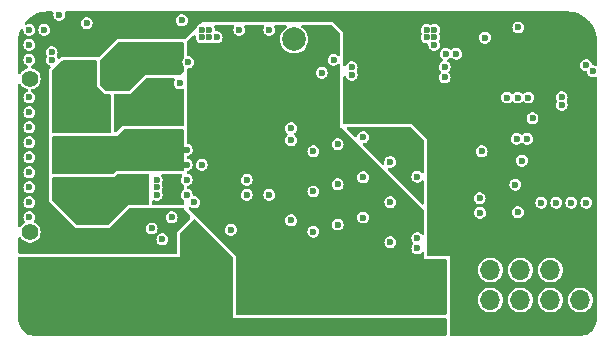
<source format=gbr>
%TF.GenerationSoftware,KiCad,Pcbnew,8.0.6-8.0.6-0~ubuntu22.04.1*%
%TF.CreationDate,2024-11-01T23:26:47+09:00*%
%TF.ProjectId,blmd_hardware,626c6d64-5f68-4617-9264-776172652e6b,rev?*%
%TF.SameCoordinates,Original*%
%TF.FileFunction,Copper,L2,Inr*%
%TF.FilePolarity,Positive*%
%FSLAX46Y46*%
G04 Gerber Fmt 4.6, Leading zero omitted, Abs format (unit mm)*
G04 Created by KiCad (PCBNEW 8.0.6-8.0.6-0~ubuntu22.04.1) date 2024-11-01 23:26:47*
%MOMM*%
%LPD*%
G01*
G04 APERTURE LIST*
%TA.AperFunction,ComponentPad*%
%ADD10R,1.700000X1.700000*%
%TD*%
%TA.AperFunction,ComponentPad*%
%ADD11O,1.700000X1.700000*%
%TD*%
%TA.AperFunction,ComponentPad*%
%ADD12R,2.000000X2.000000*%
%TD*%
%TA.AperFunction,ComponentPad*%
%ADD13C,2.000000*%
%TD*%
%TA.AperFunction,ComponentPad*%
%ADD14C,1.400000*%
%TD*%
%TA.AperFunction,ComponentPad*%
%ADD15R,3.000000X3.000000*%
%TD*%
%TA.AperFunction,ComponentPad*%
%ADD16C,3.000000*%
%TD*%
%TA.AperFunction,ViaPad*%
%ADD17C,0.600000*%
%TD*%
G04 APERTURE END LIST*
D10*
%TO.N,+12VA*%
%TO.C,J4*%
X85340000Y-72400000D03*
D11*
X85340000Y-74940000D03*
X82800000Y-72400000D03*
X82800000Y-74940000D03*
X80260000Y-72400000D03*
X80260000Y-74940000D03*
X77720000Y-72400000D03*
X77720000Y-74940000D03*
X75180000Y-72400000D03*
X75180000Y-74940000D03*
X72640000Y-72400000D03*
X72640000Y-74940000D03*
X70100000Y-72400000D03*
X70100000Y-74940000D03*
%TD*%
D10*
%TO.N,GNDPWR*%
%TO.C,J3*%
X67560000Y-72400000D03*
D11*
X67560000Y-74940000D03*
X65020000Y-72400000D03*
X65020000Y-74940000D03*
X62480000Y-72400000D03*
X62480000Y-74940000D03*
X59940000Y-72400000D03*
X59940000Y-74940000D03*
X57400000Y-72400000D03*
X57400000Y-74940000D03*
X54860000Y-72400000D03*
X54860000Y-74940000D03*
X52320000Y-72400000D03*
X52320000Y-74940000D03*
%TD*%
D12*
%TO.N,+12VA*%
%TO.C,C1*%
X73863200Y-57866677D03*
D13*
%TO.N,GNDPWR*%
X73863200Y-52866677D03*
%TD*%
D14*
%TO.N,*%
%TO.C,J1*%
X51500000Y-69200000D03*
X51500000Y-56200000D03*
D15*
%TO.N,SOC*%
X56500000Y-59200000D03*
D16*
%TO.N,HSB*%
X56500000Y-62700000D03*
%TO.N,SOA*%
X56500000Y-66200000D03*
%TD*%
D10*
%TO.N,+3V3*%
%TO.C,J2*%
X98100000Y-72400000D03*
D11*
%TO.N,+5VD*%
X98100000Y-74940000D03*
%TO.N,SPD2*%
X95560000Y-72400000D03*
%TO.N,GNDD*%
X95560000Y-74940000D03*
%TO.N,SPD1*%
X93020000Y-72400000D03*
%TO.N,unconnected-(J2-Pin_6-Pad6)*%
X93020000Y-74940000D03*
%TO.N,CANH*%
X90480000Y-72400000D03*
%TO.N,CANL*%
X90480000Y-74940000D03*
%TD*%
D17*
%TO.N,GNDPWR*%
X65405000Y-69850000D03*
X60325000Y-58420000D03*
X67310000Y-70485000D03*
X54610000Y-77470000D03*
X67945000Y-71120000D03*
X66040000Y-71120000D03*
X63500000Y-57785000D03*
X62230000Y-59055000D03*
X66675000Y-70485000D03*
X69215000Y-52070000D03*
X66675000Y-71120000D03*
X60960000Y-59055000D03*
X64770000Y-77470000D03*
X66040000Y-70485000D03*
X60325000Y-59055000D03*
X59690000Y-58420000D03*
X67310000Y-77470000D03*
X72390000Y-77470000D03*
X66675000Y-69850000D03*
X80010000Y-77470000D03*
X62230000Y-58420000D03*
X61595000Y-58420000D03*
X65405000Y-71120000D03*
X67310000Y-71120000D03*
X60960000Y-59690000D03*
X60960000Y-57150000D03*
X62865000Y-59055000D03*
X77470000Y-77470000D03*
X64135000Y-59055000D03*
X59690000Y-59690000D03*
X65405000Y-70485000D03*
X82550000Y-77470000D03*
X62865000Y-58420000D03*
X59690000Y-77470000D03*
X59690000Y-59055000D03*
X65405000Y-69215000D03*
X66040000Y-69850000D03*
X71755000Y-52070000D03*
X62865000Y-57785000D03*
X60960000Y-58420000D03*
X63500000Y-59055000D03*
X66040000Y-69215000D03*
X85725000Y-77470000D03*
X62230000Y-57785000D03*
X52070000Y-77470000D03*
X74930000Y-77470000D03*
X57150000Y-77470000D03*
X62230000Y-77470000D03*
X60960000Y-57785000D03*
X60325000Y-57785000D03*
X63500000Y-58420000D03*
X64135000Y-58420000D03*
X61595000Y-57785000D03*
X59690000Y-57785000D03*
X60325000Y-59690000D03*
%TO.N,+12VA*%
X69215000Y-59055000D03*
X72390000Y-57150000D03*
X71120000Y-58420000D03*
X71755000Y-58420000D03*
X71755000Y-57150000D03*
X65355000Y-58420000D03*
X69850000Y-59055000D03*
X72390000Y-59055000D03*
X71120000Y-57785000D03*
X71755000Y-59055000D03*
X72390000Y-57785000D03*
X71120000Y-59055000D03*
X70485000Y-59055000D03*
X70485000Y-59690000D03*
X73600000Y-66598800D03*
X71755000Y-57785000D03*
X69850000Y-59690000D03*
X71755000Y-59690000D03*
X72390000Y-58420000D03*
X73600000Y-63200000D03*
X71120000Y-57150000D03*
X72390000Y-59690000D03*
X73600000Y-70000000D03*
X71120000Y-59690000D03*
%TO.N,Net-(D2-K)*%
X77550000Y-68550000D03*
%TO.N,HSA*%
X62230000Y-65405000D03*
X65405000Y-66675000D03*
X71755000Y-66040000D03*
X69850000Y-66040000D03*
X62230000Y-66040000D03*
X64770000Y-64770000D03*
X75500000Y-69150000D03*
X69850000Y-64770000D03*
X64770000Y-66040000D03*
X62230000Y-64770000D03*
%TO.N,Net-(D3-K)*%
X77550000Y-65150000D03*
%TO.N,HSB*%
X60960000Y-63500000D03*
X75500000Y-65750000D03*
X64770000Y-63500000D03*
X59690000Y-62230000D03*
X59690000Y-60960000D03*
X64770000Y-62230000D03*
X53975000Y-62230000D03*
X66040000Y-63500000D03*
X53975000Y-63500000D03*
X59690000Y-63500000D03*
%TO.N,HSC*%
X60325000Y-55880000D03*
X66040000Y-52070000D03*
X66040000Y-52705000D03*
X58420000Y-54610000D03*
X59055000Y-53975000D03*
X59055000Y-54610000D03*
X66675000Y-52070000D03*
X67310000Y-52705000D03*
X75500000Y-62350000D03*
X66675000Y-52705000D03*
%TO.N,Net-(D4-K)*%
X77550000Y-61750000D03*
%TO.N,GND*%
X77200000Y-54612500D03*
X80543400Y-61163200D03*
X83464400Y-60579000D03*
X84505800Y-65506600D03*
X81889600Y-62382400D03*
X84300000Y-70560000D03*
%TO.N,+12V*%
X79700000Y-61150000D03*
X79700000Y-67955000D03*
X79700000Y-64550000D03*
%TO.N,+5V*%
X84300000Y-69700000D03*
X84300000Y-64500000D03*
X76200000Y-55700000D03*
%TO.N,+3V3*%
X92900000Y-69412500D03*
X96926400Y-53209880D03*
X89535000Y-63700000D03*
X95462500Y-63500000D03*
X58115200Y-53111400D03*
X60200000Y-68800000D03*
%TO.N,GNDD*%
X53975000Y-50800000D03*
X51435000Y-66675000D03*
X51435000Y-57785000D03*
X51435000Y-53340000D03*
X63500000Y-67945000D03*
X89560400Y-66319400D03*
X51435000Y-52070000D03*
X53340000Y-53975000D03*
X64363600Y-51257200D03*
X61800000Y-68880000D03*
X90017600Y-52730400D03*
X52705000Y-52070000D03*
X51435000Y-67945000D03*
X51435000Y-64135000D03*
X51435000Y-61595000D03*
X51435000Y-62865000D03*
X78740000Y-55245000D03*
X85090000Y-52070000D03*
X89738200Y-62357000D03*
X85725000Y-52705000D03*
X85725000Y-52070000D03*
X92837000Y-51866800D03*
X51435000Y-65405000D03*
X51435000Y-59055000D03*
X78740000Y-55880000D03*
X53340000Y-54610000D03*
X85090000Y-52705000D03*
X51435000Y-60325000D03*
X96520000Y-57785000D03*
X51435000Y-54610000D03*
X93141800Y-63144400D03*
X85725000Y-53340000D03*
X96520000Y-58420000D03*
%TO.N,NRST*%
X94046900Y-59546900D03*
%TO.N,SOA*%
X59055000Y-66675000D03*
X53975000Y-65405000D03*
X60960000Y-66675000D03*
X59055000Y-64770000D03*
X57785000Y-67945000D03*
%TO.N,SOC*%
X53975000Y-59055000D03*
X53975000Y-57785000D03*
X54610000Y-55880000D03*
X55880000Y-55245000D03*
X54610000Y-55245000D03*
X53975000Y-60325000D03*
X56515000Y-55245000D03*
X55245000Y-55245000D03*
%TO.N,SPD2*%
X86700000Y-54100000D03*
%TO.N,SPD1*%
X87600000Y-54100000D03*
%TO.N,SWCLK*%
X92800000Y-57800000D03*
%TO.N,SWDIO*%
X93700000Y-57800000D03*
%TO.N,SWO*%
X91900000Y-57800000D03*
%TO.N,USART_TX*%
X98577800Y-55050627D03*
%TO.N,USART_RX*%
X99177800Y-55584400D03*
%TO.N,Net-(Q3-G)*%
X73600000Y-60400000D03*
X64900000Y-54800000D03*
%TO.N,Net-(Q4-G)*%
X68500000Y-69000000D03*
X73600000Y-68200000D03*
%TO.N,Net-(Q6-G)*%
X64194600Y-56600000D03*
X73600000Y-61400000D03*
%TO.N,Net-(U1-RDT)*%
X82000000Y-70050000D03*
%TO.N,Net-(U2-RDT)*%
X82000000Y-66650000D03*
%TO.N,Net-(U3-RDT)*%
X82000000Y-63250000D03*
%TO.N,SIGA*%
X92800000Y-67500000D03*
%TO.N,SIGB*%
X89600000Y-67565000D03*
%TO.N,SIGC*%
X92600000Y-65175000D03*
%TO.N,ID1*%
X98605000Y-66700000D03*
%TO.N,ID2*%
X97335000Y-66700000D03*
%TO.N,ID3*%
X96065000Y-66700000D03*
X92700000Y-61300000D03*
%TO.N,ID4*%
X94795000Y-66700000D03*
X93600000Y-61300000D03*
%TO.N,ID_DISP*%
X86614000Y-56100000D03*
%TO.N,STATUS*%
X86614000Y-55200000D03*
%TO.N,Net-(U6-VOUT)*%
X62700000Y-69800000D03*
%TO.N,Net-(U7-VOUT)*%
X56300000Y-51500000D03*
%TD*%
%TA.AperFunction,Conductor*%
%TO.N,+12VA*%
G36*
X68736065Y-51657885D02*
G01*
X68781820Y-51710689D01*
X68791764Y-51779847D01*
X68781820Y-51813711D01*
X68729835Y-51927541D01*
X68729834Y-51927542D01*
X68709353Y-52070000D01*
X68729834Y-52212456D01*
X68787389Y-52338481D01*
X68789623Y-52343373D01*
X68883872Y-52452143D01*
X69004947Y-52529953D01*
X69004950Y-52529954D01*
X69004949Y-52529954D01*
X69143036Y-52570499D01*
X69143038Y-52570500D01*
X69143039Y-52570500D01*
X69286962Y-52570500D01*
X69286962Y-52570499D01*
X69425053Y-52529953D01*
X69546128Y-52452143D01*
X69640377Y-52343373D01*
X69700165Y-52212457D01*
X69720647Y-52070000D01*
X69700165Y-51927543D01*
X69672802Y-51867627D01*
X69648180Y-51813711D01*
X69638236Y-51744553D01*
X69667261Y-51680997D01*
X69726039Y-51643223D01*
X69760974Y-51638200D01*
X71209026Y-51638200D01*
X71276065Y-51657885D01*
X71321820Y-51710689D01*
X71331764Y-51779847D01*
X71321820Y-51813711D01*
X71269835Y-51927541D01*
X71269834Y-51927542D01*
X71249353Y-52070000D01*
X71269834Y-52212456D01*
X71327389Y-52338481D01*
X71329623Y-52343373D01*
X71423872Y-52452143D01*
X71544947Y-52529953D01*
X71544950Y-52529954D01*
X71544949Y-52529954D01*
X71683036Y-52570499D01*
X71683038Y-52570500D01*
X71683039Y-52570500D01*
X71826962Y-52570500D01*
X71826962Y-52570499D01*
X71965053Y-52529953D01*
X72086128Y-52452143D01*
X72180377Y-52343373D01*
X72240165Y-52212457D01*
X72260647Y-52070000D01*
X72240165Y-51927543D01*
X72212802Y-51867627D01*
X72188180Y-51813711D01*
X72178236Y-51744553D01*
X72207261Y-51680997D01*
X72266039Y-51643223D01*
X72300974Y-51638200D01*
X73130998Y-51638200D01*
X73198037Y-51657885D01*
X73243792Y-51710689D01*
X73253736Y-51779847D01*
X73224711Y-51843403D01*
X73196275Y-51867627D01*
X73136639Y-51904551D01*
X73136637Y-51904553D01*
X72972220Y-52054438D01*
X72838143Y-52231985D01*
X72838138Y-52231993D01*
X72738975Y-52431138D01*
X72738969Y-52431153D01*
X72678085Y-52645139D01*
X72678084Y-52645141D01*
X72657557Y-52866676D01*
X72657557Y-52866677D01*
X72678084Y-53088212D01*
X72678085Y-53088214D01*
X72738969Y-53302200D01*
X72738975Y-53302215D01*
X72838138Y-53501360D01*
X72838143Y-53501368D01*
X72972220Y-53678915D01*
X73136637Y-53828800D01*
X73136639Y-53828802D01*
X73325795Y-53945922D01*
X73325796Y-53945922D01*
X73325799Y-53945924D01*
X73533260Y-54026295D01*
X73751957Y-54067177D01*
X73751959Y-54067177D01*
X73974441Y-54067177D01*
X73974443Y-54067177D01*
X74193140Y-54026295D01*
X74400601Y-53945924D01*
X74589762Y-53828801D01*
X74754181Y-53678913D01*
X74888258Y-53501366D01*
X74987429Y-53302205D01*
X75048315Y-53088213D01*
X75068843Y-52866677D01*
X75053861Y-52704998D01*
X75048315Y-52645141D01*
X75048314Y-52645139D01*
X75043782Y-52629212D01*
X74987429Y-52431149D01*
X74971821Y-52399804D01*
X74888261Y-52231993D01*
X74888256Y-52231985D01*
X74754179Y-52054438D01*
X74589762Y-51904553D01*
X74589760Y-51904551D01*
X74530125Y-51867627D01*
X74483489Y-51815599D01*
X74472385Y-51746618D01*
X74500338Y-51682583D01*
X74558473Y-51643827D01*
X74595402Y-51638200D01*
X76986838Y-51638200D01*
X77053877Y-51657885D01*
X77074519Y-51674519D01*
X77738481Y-52338481D01*
X77771966Y-52399804D01*
X77774800Y-52426162D01*
X77774800Y-54179113D01*
X77755115Y-54246152D01*
X77702311Y-54291907D01*
X77633153Y-54301851D01*
X77569597Y-54272826D01*
X77557087Y-54260316D01*
X77544814Y-54246152D01*
X77531128Y-54230357D01*
X77410053Y-54152547D01*
X77410051Y-54152546D01*
X77410049Y-54152545D01*
X77410050Y-54152545D01*
X77271963Y-54112000D01*
X77271961Y-54112000D01*
X77128039Y-54112000D01*
X77128036Y-54112000D01*
X76989949Y-54152545D01*
X76868873Y-54230356D01*
X76774623Y-54339126D01*
X76774622Y-54339128D01*
X76714834Y-54470043D01*
X76694353Y-54612500D01*
X76714834Y-54754956D01*
X76764112Y-54862857D01*
X76774623Y-54885873D01*
X76868872Y-54994643D01*
X76989947Y-55072453D01*
X76989950Y-55072454D01*
X76989949Y-55072454D01*
X77128036Y-55112999D01*
X77128038Y-55113000D01*
X77128039Y-55113000D01*
X77271962Y-55113000D01*
X77271962Y-55112999D01*
X77410053Y-55072453D01*
X77531128Y-54994643D01*
X77557089Y-54964681D01*
X77615864Y-54926909D01*
X77685733Y-54926908D01*
X77744512Y-54964682D01*
X77773538Y-55028237D01*
X77774800Y-55045886D01*
X77774800Y-60274200D01*
X84850481Y-67349881D01*
X84883966Y-67411204D01*
X84886800Y-67437562D01*
X84886800Y-69280461D01*
X84867115Y-69347500D01*
X84814311Y-69393255D01*
X84745153Y-69403199D01*
X84681597Y-69374174D01*
X84669088Y-69361664D01*
X84631130Y-69317859D01*
X84631129Y-69317858D01*
X84631128Y-69317857D01*
X84510053Y-69240047D01*
X84510051Y-69240046D01*
X84510049Y-69240045D01*
X84510050Y-69240045D01*
X84371963Y-69199500D01*
X84371961Y-69199500D01*
X84228039Y-69199500D01*
X84228036Y-69199500D01*
X84089949Y-69240045D01*
X83968873Y-69317856D01*
X83874623Y-69426626D01*
X83874622Y-69426628D01*
X83814834Y-69557543D01*
X83794353Y-69700000D01*
X83814834Y-69842456D01*
X83874622Y-69973371D01*
X83874625Y-69973377D01*
X83939978Y-70048798D01*
X83969003Y-70112353D01*
X83959059Y-70181512D01*
X83939978Y-70211202D01*
X83874625Y-70286622D01*
X83874622Y-70286628D01*
X83814834Y-70417543D01*
X83794353Y-70560000D01*
X83814834Y-70702456D01*
X83874622Y-70833371D01*
X83874623Y-70833373D01*
X83968872Y-70942143D01*
X84089947Y-71019953D01*
X84089950Y-71019954D01*
X84089949Y-71019954D01*
X84228036Y-71060499D01*
X84228038Y-71060500D01*
X84228039Y-71060500D01*
X84371962Y-71060500D01*
X84371962Y-71060499D01*
X84510053Y-71019953D01*
X84631128Y-70942143D01*
X84669088Y-70898334D01*
X84727865Y-70860561D01*
X84797735Y-70860561D01*
X84856513Y-70898335D01*
X84885538Y-70961891D01*
X84886800Y-70979538D01*
X84886800Y-71450200D01*
X86642400Y-71450200D01*
X86709439Y-71469885D01*
X86755194Y-71522689D01*
X86766400Y-71574200D01*
X86766400Y-76076000D01*
X86746715Y-76143039D01*
X86693911Y-76188794D01*
X86642400Y-76200000D01*
X69059600Y-76200000D01*
X68992561Y-76180315D01*
X68946806Y-76127511D01*
X68935600Y-76076000D01*
X68935600Y-71247000D01*
X67738600Y-70050000D01*
X81494353Y-70050000D01*
X81514834Y-70192456D01*
X81557839Y-70286622D01*
X81574623Y-70323373D01*
X81668872Y-70432143D01*
X81789947Y-70509953D01*
X81789950Y-70509954D01*
X81789949Y-70509954D01*
X81928036Y-70550499D01*
X81928038Y-70550500D01*
X81928039Y-70550500D01*
X82071962Y-70550500D01*
X82071962Y-70550499D01*
X82210053Y-70509953D01*
X82331128Y-70432143D01*
X82425377Y-70323373D01*
X82485165Y-70192457D01*
X82505647Y-70050000D01*
X82485165Y-69907543D01*
X82425377Y-69776627D01*
X82331128Y-69667857D01*
X82210053Y-69590047D01*
X82210051Y-69590046D01*
X82210049Y-69590045D01*
X82210050Y-69590045D01*
X82071963Y-69549500D01*
X82071961Y-69549500D01*
X81928039Y-69549500D01*
X81928036Y-69549500D01*
X81789949Y-69590045D01*
X81668873Y-69667856D01*
X81574623Y-69776626D01*
X81574622Y-69776628D01*
X81514834Y-69907543D01*
X81494353Y-70050000D01*
X67738600Y-70050000D01*
X66688600Y-69000000D01*
X67994353Y-69000000D01*
X68014834Y-69142456D01*
X68074622Y-69273371D01*
X68074623Y-69273373D01*
X68168872Y-69382143D01*
X68289947Y-69459953D01*
X68289950Y-69459954D01*
X68289949Y-69459954D01*
X68428036Y-69500499D01*
X68428038Y-69500500D01*
X68428039Y-69500500D01*
X68571962Y-69500500D01*
X68571962Y-69500499D01*
X68710053Y-69459953D01*
X68831128Y-69382143D01*
X68925377Y-69273373D01*
X68981720Y-69150000D01*
X74994353Y-69150000D01*
X75014834Y-69292456D01*
X75060868Y-69393255D01*
X75074623Y-69423373D01*
X75168872Y-69532143D01*
X75289947Y-69609953D01*
X75289950Y-69609954D01*
X75289949Y-69609954D01*
X75428036Y-69650499D01*
X75428038Y-69650500D01*
X75428039Y-69650500D01*
X75571962Y-69650500D01*
X75571962Y-69650499D01*
X75710053Y-69609953D01*
X75831128Y-69532143D01*
X75925377Y-69423373D01*
X75985165Y-69292457D01*
X76005647Y-69150000D01*
X75985165Y-69007543D01*
X75925377Y-68876627D01*
X75831128Y-68767857D01*
X75710053Y-68690047D01*
X75710051Y-68690046D01*
X75710049Y-68690045D01*
X75710050Y-68690045D01*
X75571963Y-68649500D01*
X75571961Y-68649500D01*
X75428039Y-68649500D01*
X75428036Y-68649500D01*
X75289949Y-68690045D01*
X75168873Y-68767856D01*
X75074623Y-68876626D01*
X75074622Y-68876628D01*
X75014834Y-69007543D01*
X74994353Y-69150000D01*
X68981720Y-69150000D01*
X68985165Y-69142457D01*
X69005647Y-69000000D01*
X68985165Y-68857543D01*
X68925377Y-68726627D01*
X68831128Y-68617857D01*
X68710053Y-68540047D01*
X68710051Y-68540046D01*
X68710049Y-68540045D01*
X68710050Y-68540045D01*
X68571963Y-68499500D01*
X68571961Y-68499500D01*
X68428039Y-68499500D01*
X68428036Y-68499500D01*
X68289949Y-68540045D01*
X68168873Y-68617856D01*
X68074623Y-68726626D01*
X68074622Y-68726628D01*
X68014834Y-68857543D01*
X67994353Y-69000000D01*
X66688600Y-69000000D01*
X65888600Y-68200000D01*
X73094353Y-68200000D01*
X73114834Y-68342456D01*
X73174622Y-68473371D01*
X73174623Y-68473373D01*
X73268872Y-68582143D01*
X73389947Y-68659953D01*
X73389950Y-68659954D01*
X73389949Y-68659954D01*
X73528036Y-68700499D01*
X73528038Y-68700500D01*
X73528039Y-68700500D01*
X73671962Y-68700500D01*
X73671962Y-68700499D01*
X73810053Y-68659953D01*
X73931128Y-68582143D01*
X73958980Y-68550000D01*
X77044353Y-68550000D01*
X77064834Y-68692456D01*
X77099269Y-68767856D01*
X77124623Y-68823373D01*
X77218872Y-68932143D01*
X77339947Y-69009953D01*
X77339950Y-69009954D01*
X77339949Y-69009954D01*
X77478036Y-69050499D01*
X77478038Y-69050500D01*
X77478039Y-69050500D01*
X77621962Y-69050500D01*
X77621962Y-69050499D01*
X77760053Y-69009953D01*
X77881128Y-68932143D01*
X77975377Y-68823373D01*
X78035165Y-68692457D01*
X78055647Y-68550000D01*
X78035165Y-68407543D01*
X77975377Y-68276627D01*
X77881128Y-68167857D01*
X77760053Y-68090047D01*
X77760051Y-68090046D01*
X77760049Y-68090045D01*
X77760050Y-68090045D01*
X77621963Y-68049500D01*
X77621961Y-68049500D01*
X77478039Y-68049500D01*
X77478036Y-68049500D01*
X77339949Y-68090045D01*
X77218873Y-68167856D01*
X77124623Y-68276626D01*
X77124622Y-68276628D01*
X77064834Y-68407543D01*
X77044353Y-68550000D01*
X73958980Y-68550000D01*
X74025377Y-68473373D01*
X74085165Y-68342457D01*
X74105647Y-68200000D01*
X74085165Y-68057543D01*
X74038335Y-67955000D01*
X79194353Y-67955000D01*
X79214834Y-68097456D01*
X79246986Y-68167857D01*
X79274623Y-68228373D01*
X79368872Y-68337143D01*
X79489947Y-68414953D01*
X79489950Y-68414954D01*
X79489949Y-68414954D01*
X79628036Y-68455499D01*
X79628038Y-68455500D01*
X79628039Y-68455500D01*
X79771962Y-68455500D01*
X79771962Y-68455499D01*
X79910053Y-68414953D01*
X80031128Y-68337143D01*
X80125377Y-68228373D01*
X80185165Y-68097457D01*
X80205647Y-67955000D01*
X80185165Y-67812543D01*
X80125377Y-67681627D01*
X80031128Y-67572857D01*
X79910053Y-67495047D01*
X79910051Y-67495046D01*
X79910049Y-67495045D01*
X79910050Y-67495045D01*
X79771963Y-67454500D01*
X79771961Y-67454500D01*
X79628039Y-67454500D01*
X79628036Y-67454500D01*
X79489949Y-67495045D01*
X79368873Y-67572856D01*
X79274623Y-67681626D01*
X79274622Y-67681628D01*
X79214834Y-67812543D01*
X79194353Y-67955000D01*
X74038335Y-67955000D01*
X74025377Y-67926627D01*
X73931128Y-67817857D01*
X73810053Y-67740047D01*
X73810051Y-67740046D01*
X73810049Y-67740045D01*
X73810050Y-67740045D01*
X73671963Y-67699500D01*
X73671961Y-67699500D01*
X73528039Y-67699500D01*
X73528036Y-67699500D01*
X73389949Y-67740045D01*
X73268873Y-67817856D01*
X73174623Y-67926626D01*
X73174622Y-67926628D01*
X73114834Y-68057543D01*
X73094353Y-68200000D01*
X65888600Y-68200000D01*
X64971169Y-67282569D01*
X64937684Y-67221246D01*
X64942668Y-67151554D01*
X64984540Y-67095621D01*
X65050004Y-67071204D01*
X65118277Y-67086056D01*
X65125884Y-67090569D01*
X65194947Y-67134953D01*
X65194950Y-67134954D01*
X65194949Y-67134954D01*
X65333036Y-67175499D01*
X65333038Y-67175500D01*
X65333039Y-67175500D01*
X65476962Y-67175500D01*
X65476962Y-67175499D01*
X65615053Y-67134953D01*
X65736128Y-67057143D01*
X65830377Y-66948373D01*
X65890165Y-66817457D01*
X65910647Y-66675000D01*
X65907053Y-66650000D01*
X81494353Y-66650000D01*
X81514834Y-66792456D01*
X81543934Y-66856175D01*
X81574623Y-66923373D01*
X81668872Y-67032143D01*
X81789947Y-67109953D01*
X81789950Y-67109954D01*
X81789949Y-67109954D01*
X81928036Y-67150499D01*
X81928038Y-67150500D01*
X81928039Y-67150500D01*
X82071962Y-67150500D01*
X82071962Y-67150499D01*
X82210053Y-67109953D01*
X82331128Y-67032143D01*
X82425377Y-66923373D01*
X82485165Y-66792457D01*
X82505647Y-66650000D01*
X82485165Y-66507543D01*
X82425377Y-66376627D01*
X82331128Y-66267857D01*
X82210053Y-66190047D01*
X82210051Y-66190046D01*
X82210049Y-66190045D01*
X82210050Y-66190045D01*
X82071963Y-66149500D01*
X82071961Y-66149500D01*
X81928039Y-66149500D01*
X81928036Y-66149500D01*
X81789949Y-66190045D01*
X81668873Y-66267856D01*
X81574623Y-66376626D01*
X81574622Y-66376628D01*
X81514834Y-66507543D01*
X81494353Y-66650000D01*
X65907053Y-66650000D01*
X65890165Y-66532543D01*
X65830377Y-66401627D01*
X65736128Y-66292857D01*
X65615053Y-66215047D01*
X65615051Y-66215046D01*
X65615049Y-66215045D01*
X65615050Y-66215045D01*
X65476963Y-66174500D01*
X65476961Y-66174500D01*
X65399413Y-66174500D01*
X65332374Y-66154815D01*
X65286619Y-66102011D01*
X65278970Y-66048869D01*
X65275647Y-66048869D01*
X65275647Y-66040000D01*
X69344353Y-66040000D01*
X69364834Y-66182456D01*
X69415289Y-66292934D01*
X69424623Y-66313373D01*
X69518872Y-66422143D01*
X69639947Y-66499953D01*
X69639950Y-66499954D01*
X69639949Y-66499954D01*
X69778036Y-66540499D01*
X69778038Y-66540500D01*
X69778039Y-66540500D01*
X69921962Y-66540500D01*
X69921962Y-66540499D01*
X70060053Y-66499953D01*
X70181128Y-66422143D01*
X70275377Y-66313373D01*
X70335165Y-66182457D01*
X70355647Y-66040000D01*
X71249353Y-66040000D01*
X71269834Y-66182456D01*
X71320289Y-66292934D01*
X71329623Y-66313373D01*
X71423872Y-66422143D01*
X71544947Y-66499953D01*
X71544950Y-66499954D01*
X71544949Y-66499954D01*
X71683036Y-66540499D01*
X71683038Y-66540500D01*
X71683039Y-66540500D01*
X71826962Y-66540500D01*
X71826962Y-66540499D01*
X71965053Y-66499953D01*
X72086128Y-66422143D01*
X72180377Y-66313373D01*
X72240165Y-66182457D01*
X72260647Y-66040000D01*
X72240165Y-65897543D01*
X72180377Y-65766627D01*
X72165970Y-65750000D01*
X74994353Y-65750000D01*
X75014834Y-65892456D01*
X75043871Y-65956036D01*
X75074623Y-66023373D01*
X75168872Y-66132143D01*
X75289947Y-66209953D01*
X75289950Y-66209954D01*
X75289949Y-66209954D01*
X75428036Y-66250499D01*
X75428038Y-66250500D01*
X75428039Y-66250500D01*
X75571962Y-66250500D01*
X75571962Y-66250499D01*
X75710053Y-66209953D01*
X75831128Y-66132143D01*
X75925377Y-66023373D01*
X75985165Y-65892457D01*
X76005647Y-65750000D01*
X75985165Y-65607543D01*
X75925377Y-65476627D01*
X75831128Y-65367857D01*
X75710053Y-65290047D01*
X75710051Y-65290046D01*
X75710049Y-65290045D01*
X75710050Y-65290045D01*
X75571963Y-65249500D01*
X75571961Y-65249500D01*
X75428039Y-65249500D01*
X75428036Y-65249500D01*
X75289949Y-65290045D01*
X75168873Y-65367856D01*
X75074623Y-65476626D01*
X75074622Y-65476628D01*
X75014834Y-65607543D01*
X74994353Y-65750000D01*
X72165970Y-65750000D01*
X72086128Y-65657857D01*
X71965053Y-65580047D01*
X71965051Y-65580046D01*
X71965049Y-65580045D01*
X71965050Y-65580045D01*
X71826963Y-65539500D01*
X71826961Y-65539500D01*
X71683039Y-65539500D01*
X71683036Y-65539500D01*
X71544949Y-65580045D01*
X71423873Y-65657856D01*
X71329623Y-65766626D01*
X71329622Y-65766628D01*
X71269834Y-65897543D01*
X71249353Y-66040000D01*
X70355647Y-66040000D01*
X70335165Y-65897543D01*
X70275377Y-65766627D01*
X70181128Y-65657857D01*
X70060053Y-65580047D01*
X70060051Y-65580046D01*
X70060049Y-65580045D01*
X70060050Y-65580045D01*
X69921963Y-65539500D01*
X69921961Y-65539500D01*
X69778039Y-65539500D01*
X69778036Y-65539500D01*
X69639949Y-65580045D01*
X69518873Y-65657856D01*
X69424623Y-65766626D01*
X69424622Y-65766628D01*
X69364834Y-65897543D01*
X69344353Y-66040000D01*
X65275647Y-66040000D01*
X65255165Y-65897543D01*
X65237735Y-65859378D01*
X65195377Y-65766627D01*
X65101128Y-65657857D01*
X64980053Y-65580047D01*
X64980050Y-65580045D01*
X64884465Y-65551979D01*
X64825687Y-65514204D01*
X64796662Y-65450649D01*
X64795400Y-65433002D01*
X64795400Y-65376997D01*
X64815085Y-65309958D01*
X64867889Y-65264203D01*
X64884466Y-65258020D01*
X64980050Y-65229954D01*
X64980050Y-65229953D01*
X64980053Y-65229953D01*
X65101128Y-65152143D01*
X65195377Y-65043373D01*
X65255165Y-64912457D01*
X65275647Y-64770000D01*
X69344353Y-64770000D01*
X69364834Y-64912456D01*
X69394813Y-64978100D01*
X69424623Y-65043373D01*
X69518872Y-65152143D01*
X69639947Y-65229953D01*
X69639950Y-65229954D01*
X69639949Y-65229954D01*
X69778036Y-65270499D01*
X69778038Y-65270500D01*
X69778039Y-65270500D01*
X69921962Y-65270500D01*
X69921962Y-65270499D01*
X70060053Y-65229953D01*
X70181128Y-65152143D01*
X70182985Y-65150000D01*
X77044353Y-65150000D01*
X77064834Y-65292456D01*
X77116232Y-65405000D01*
X77124623Y-65423373D01*
X77218872Y-65532143D01*
X77339947Y-65609953D01*
X77339950Y-65609954D01*
X77339949Y-65609954D01*
X77478036Y-65650499D01*
X77478038Y-65650500D01*
X77478039Y-65650500D01*
X77621962Y-65650500D01*
X77621962Y-65650499D01*
X77760053Y-65609953D01*
X77881128Y-65532143D01*
X77975377Y-65423373D01*
X78035165Y-65292457D01*
X78055647Y-65150000D01*
X78035165Y-65007543D01*
X77975377Y-64876627D01*
X77881128Y-64767857D01*
X77760053Y-64690047D01*
X77760051Y-64690046D01*
X77760049Y-64690045D01*
X77760050Y-64690045D01*
X77621963Y-64649500D01*
X77621961Y-64649500D01*
X77478039Y-64649500D01*
X77478036Y-64649500D01*
X77339949Y-64690045D01*
X77218873Y-64767856D01*
X77124623Y-64876626D01*
X77124622Y-64876628D01*
X77064834Y-65007543D01*
X77044353Y-65150000D01*
X70182985Y-65150000D01*
X70275377Y-65043373D01*
X70335165Y-64912457D01*
X70355647Y-64770000D01*
X70335165Y-64627543D01*
X70299752Y-64550000D01*
X79194353Y-64550000D01*
X79214834Y-64692456D01*
X79242469Y-64752967D01*
X79274623Y-64823373D01*
X79368872Y-64932143D01*
X79489947Y-65009953D01*
X79489950Y-65009954D01*
X79489949Y-65009954D01*
X79628036Y-65050499D01*
X79628038Y-65050500D01*
X79628039Y-65050500D01*
X79771962Y-65050500D01*
X79771962Y-65050499D01*
X79910053Y-65009953D01*
X80031128Y-64932143D01*
X80125377Y-64823373D01*
X80185165Y-64692457D01*
X80205647Y-64550000D01*
X80185165Y-64407543D01*
X80125377Y-64276627D01*
X80031128Y-64167857D01*
X79910053Y-64090047D01*
X79910051Y-64090046D01*
X79910049Y-64090045D01*
X79910050Y-64090045D01*
X79771963Y-64049500D01*
X79771961Y-64049500D01*
X79628039Y-64049500D01*
X79628036Y-64049500D01*
X79489949Y-64090045D01*
X79368873Y-64167856D01*
X79274623Y-64276626D01*
X79274622Y-64276628D01*
X79214834Y-64407543D01*
X79194353Y-64550000D01*
X70299752Y-64550000D01*
X70275377Y-64496627D01*
X70181128Y-64387857D01*
X70060053Y-64310047D01*
X70060051Y-64310046D01*
X70060049Y-64310045D01*
X70060050Y-64310045D01*
X69921963Y-64269500D01*
X69921961Y-64269500D01*
X69778039Y-64269500D01*
X69778036Y-64269500D01*
X69639949Y-64310045D01*
X69518873Y-64387856D01*
X69518872Y-64387856D01*
X69518872Y-64387857D01*
X69506290Y-64402377D01*
X69424623Y-64496626D01*
X69424622Y-64496628D01*
X69364834Y-64627543D01*
X69344353Y-64770000D01*
X65275647Y-64770000D01*
X65255165Y-64627543D01*
X65195377Y-64496627D01*
X65101128Y-64387857D01*
X64980053Y-64310047D01*
X64980050Y-64310045D01*
X64884465Y-64281979D01*
X64825687Y-64244204D01*
X64796662Y-64180649D01*
X64795400Y-64163002D01*
X64795400Y-64106997D01*
X64815085Y-64039958D01*
X64867889Y-63994203D01*
X64884466Y-63988020D01*
X64980050Y-63959954D01*
X64980050Y-63959953D01*
X64980053Y-63959953D01*
X65101128Y-63882143D01*
X65195377Y-63773373D01*
X65255165Y-63642457D01*
X65275647Y-63500000D01*
X65534353Y-63500000D01*
X65554834Y-63642456D01*
X65614622Y-63773371D01*
X65614623Y-63773373D01*
X65708872Y-63882143D01*
X65829947Y-63959953D01*
X65829950Y-63959954D01*
X65829949Y-63959954D01*
X65968036Y-64000499D01*
X65968038Y-64000500D01*
X65968039Y-64000500D01*
X66111962Y-64000500D01*
X66111962Y-64000499D01*
X66250053Y-63959953D01*
X66371128Y-63882143D01*
X66465377Y-63773373D01*
X66525165Y-63642457D01*
X66545647Y-63500000D01*
X66525165Y-63357543D01*
X66465377Y-63226627D01*
X66371128Y-63117857D01*
X66250053Y-63040047D01*
X66250051Y-63040046D01*
X66250049Y-63040045D01*
X66250050Y-63040045D01*
X66111963Y-62999500D01*
X66111961Y-62999500D01*
X65968039Y-62999500D01*
X65968036Y-62999500D01*
X65829949Y-63040045D01*
X65708873Y-63117856D01*
X65614623Y-63226626D01*
X65614622Y-63226628D01*
X65554834Y-63357543D01*
X65534353Y-63500000D01*
X65275647Y-63500000D01*
X65255165Y-63357543D01*
X65195377Y-63226627D01*
X65101128Y-63117857D01*
X64980053Y-63040047D01*
X64980050Y-63040045D01*
X64884465Y-63011979D01*
X64825687Y-62974204D01*
X64796662Y-62910649D01*
X64795400Y-62893002D01*
X64795400Y-62836997D01*
X64815085Y-62769958D01*
X64867889Y-62724203D01*
X64884466Y-62718020D01*
X64980050Y-62689954D01*
X64980050Y-62689953D01*
X64980053Y-62689953D01*
X65101128Y-62612143D01*
X65195377Y-62503373D01*
X65255165Y-62372457D01*
X65258394Y-62350000D01*
X74994353Y-62350000D01*
X75014834Y-62492456D01*
X75019819Y-62503371D01*
X75074623Y-62623373D01*
X75168872Y-62732143D01*
X75289947Y-62809953D01*
X75289950Y-62809954D01*
X75289949Y-62809954D01*
X75428036Y-62850499D01*
X75428038Y-62850500D01*
X75428039Y-62850500D01*
X75571962Y-62850500D01*
X75571962Y-62850499D01*
X75710053Y-62809953D01*
X75831128Y-62732143D01*
X75925377Y-62623373D01*
X75985165Y-62492457D01*
X76005647Y-62350000D01*
X75985165Y-62207543D01*
X75925377Y-62076627D01*
X75831128Y-61967857D01*
X75710053Y-61890047D01*
X75710051Y-61890046D01*
X75710049Y-61890045D01*
X75710050Y-61890045D01*
X75571963Y-61849500D01*
X75571961Y-61849500D01*
X75428039Y-61849500D01*
X75428036Y-61849500D01*
X75289949Y-61890045D01*
X75168873Y-61967856D01*
X75074623Y-62076626D01*
X75074622Y-62076628D01*
X75014834Y-62207543D01*
X74994353Y-62350000D01*
X65258394Y-62350000D01*
X65275647Y-62230000D01*
X65255165Y-62087543D01*
X65195377Y-61956627D01*
X65101128Y-61847857D01*
X64980053Y-61770047D01*
X64980050Y-61770045D01*
X64884465Y-61741979D01*
X64825687Y-61704204D01*
X64796662Y-61640649D01*
X64795400Y-61623002D01*
X64795400Y-60400000D01*
X73094353Y-60400000D01*
X73114834Y-60542456D01*
X73155359Y-60631191D01*
X73174623Y-60673373D01*
X73268872Y-60782143D01*
X73276324Y-60786932D01*
X73289943Y-60795685D01*
X73335698Y-60848489D01*
X73345641Y-60917648D01*
X73316615Y-60981203D01*
X73289943Y-61004315D01*
X73268874Y-61017855D01*
X73174623Y-61126626D01*
X73174622Y-61126628D01*
X73114834Y-61257543D01*
X73094353Y-61400000D01*
X73114834Y-61542456D01*
X73148810Y-61616851D01*
X73174623Y-61673373D01*
X73268872Y-61782143D01*
X73389947Y-61859953D01*
X73389950Y-61859954D01*
X73389949Y-61859954D01*
X73528036Y-61900499D01*
X73528038Y-61900500D01*
X73528039Y-61900500D01*
X73671962Y-61900500D01*
X73671962Y-61900499D01*
X73810053Y-61859953D01*
X73931128Y-61782143D01*
X73958980Y-61750000D01*
X77044353Y-61750000D01*
X77064834Y-61892456D01*
X77099269Y-61967856D01*
X77124623Y-62023373D01*
X77218872Y-62132143D01*
X77339947Y-62209953D01*
X77339950Y-62209954D01*
X77339949Y-62209954D01*
X77478036Y-62250499D01*
X77478038Y-62250500D01*
X77478039Y-62250500D01*
X77621962Y-62250500D01*
X77621962Y-62250499D01*
X77760053Y-62209953D01*
X77881128Y-62132143D01*
X77975377Y-62023373D01*
X78035165Y-61892457D01*
X78055647Y-61750000D01*
X78035165Y-61607543D01*
X77975377Y-61476627D01*
X77881128Y-61367857D01*
X77760053Y-61290047D01*
X77760051Y-61290046D01*
X77760049Y-61290045D01*
X77760050Y-61290045D01*
X77621963Y-61249500D01*
X77621961Y-61249500D01*
X77478039Y-61249500D01*
X77478036Y-61249500D01*
X77339949Y-61290045D01*
X77218873Y-61367856D01*
X77124623Y-61476626D01*
X77124622Y-61476628D01*
X77064834Y-61607543D01*
X77044353Y-61750000D01*
X73958980Y-61750000D01*
X74025377Y-61673373D01*
X74085165Y-61542457D01*
X74105647Y-61400000D01*
X74085165Y-61257543D01*
X74025377Y-61126627D01*
X73931128Y-61017857D01*
X73931125Y-61017855D01*
X73931125Y-61017854D01*
X73910058Y-61004316D01*
X73864302Y-60951513D01*
X73854358Y-60882354D01*
X73883382Y-60818798D01*
X73910058Y-60795684D01*
X73931125Y-60782145D01*
X73931125Y-60782144D01*
X73931128Y-60782143D01*
X74025377Y-60673373D01*
X74085165Y-60542457D01*
X74105647Y-60400000D01*
X74085165Y-60257543D01*
X74025377Y-60126627D01*
X73931128Y-60017857D01*
X73810053Y-59940047D01*
X73810051Y-59940046D01*
X73810049Y-59940045D01*
X73810050Y-59940045D01*
X73671963Y-59899500D01*
X73671961Y-59899500D01*
X73528039Y-59899500D01*
X73528036Y-59899500D01*
X73389949Y-59940045D01*
X73268873Y-60017856D01*
X73174623Y-60126626D01*
X73174622Y-60126628D01*
X73114834Y-60257543D01*
X73094353Y-60400000D01*
X64795400Y-60400000D01*
X64795400Y-55700000D01*
X75694353Y-55700000D01*
X75714834Y-55842456D01*
X75774622Y-55973371D01*
X75774623Y-55973373D01*
X75868872Y-56082143D01*
X75989947Y-56159953D01*
X75989950Y-56159954D01*
X75989949Y-56159954D01*
X76128036Y-56200499D01*
X76128038Y-56200500D01*
X76128039Y-56200500D01*
X76271962Y-56200500D01*
X76271962Y-56200499D01*
X76410053Y-56159953D01*
X76531128Y-56082143D01*
X76625377Y-55973373D01*
X76685165Y-55842457D01*
X76705647Y-55700000D01*
X76685165Y-55557543D01*
X76625377Y-55426627D01*
X76531128Y-55317857D01*
X76410053Y-55240047D01*
X76410051Y-55240046D01*
X76410049Y-55240045D01*
X76410050Y-55240045D01*
X76271963Y-55199500D01*
X76271961Y-55199500D01*
X76128039Y-55199500D01*
X76128036Y-55199500D01*
X75989949Y-55240045D01*
X75868873Y-55317856D01*
X75774623Y-55426626D01*
X75774622Y-55426628D01*
X75714834Y-55557543D01*
X75694353Y-55700000D01*
X64795400Y-55700000D01*
X64795400Y-55424500D01*
X64815085Y-55357461D01*
X64867889Y-55311706D01*
X64919400Y-55300500D01*
X64971962Y-55300500D01*
X64971962Y-55300499D01*
X65110053Y-55259953D01*
X65231128Y-55182143D01*
X65325377Y-55073373D01*
X65385165Y-54942457D01*
X65405647Y-54800000D01*
X65385165Y-54657543D01*
X65325377Y-54526627D01*
X65231128Y-54417857D01*
X65110053Y-54340047D01*
X65110051Y-54340046D01*
X65110049Y-54340045D01*
X65110050Y-54340045D01*
X64971963Y-54299500D01*
X64971961Y-54299500D01*
X64919400Y-54299500D01*
X64852361Y-54279815D01*
X64806606Y-54227011D01*
X64795400Y-54175500D01*
X64795400Y-53137361D01*
X64815085Y-53070322D01*
X64831714Y-53049685D01*
X65331025Y-52550374D01*
X65392344Y-52516892D01*
X65462035Y-52521876D01*
X65517969Y-52563747D01*
X65542386Y-52629212D01*
X65541440Y-52655704D01*
X65534353Y-52704998D01*
X65534353Y-52704999D01*
X65554834Y-52847456D01*
X65614000Y-52977009D01*
X65614623Y-52978373D01*
X65708872Y-53087143D01*
X65829947Y-53164953D01*
X65829950Y-53164954D01*
X65829949Y-53164954D01*
X65968036Y-53205499D01*
X65968038Y-53205500D01*
X65968039Y-53205500D01*
X66111962Y-53205500D01*
X66111962Y-53205499D01*
X66250053Y-53164953D01*
X66290460Y-53138984D01*
X66357498Y-53119299D01*
X66424533Y-53138980D01*
X66464947Y-53164953D01*
X66464949Y-53164954D01*
X66603036Y-53205499D01*
X66603038Y-53205500D01*
X66603039Y-53205500D01*
X66746962Y-53205500D01*
X66746962Y-53205499D01*
X66885053Y-53164953D01*
X66925460Y-53138984D01*
X66992498Y-53119299D01*
X67059533Y-53138980D01*
X67099947Y-53164953D01*
X67099949Y-53164954D01*
X67238036Y-53205499D01*
X67238038Y-53205500D01*
X67238039Y-53205500D01*
X67381962Y-53205500D01*
X67381962Y-53205499D01*
X67520053Y-53164953D01*
X67641128Y-53087143D01*
X67735377Y-52978373D01*
X67795165Y-52847457D01*
X67815647Y-52705000D01*
X67795165Y-52562543D01*
X67735377Y-52431627D01*
X67641128Y-52322857D01*
X67520053Y-52245047D01*
X67520051Y-52245046D01*
X67520049Y-52245045D01*
X67520050Y-52245045D01*
X67381963Y-52204500D01*
X67381961Y-52204500D01*
X67304413Y-52204500D01*
X67237374Y-52184815D01*
X67191619Y-52132011D01*
X67183970Y-52078869D01*
X67180647Y-52078869D01*
X67180647Y-52070000D01*
X67160165Y-51927542D01*
X67160164Y-51927541D01*
X67108180Y-51813711D01*
X67098236Y-51744553D01*
X67127261Y-51680997D01*
X67186039Y-51643223D01*
X67220974Y-51638200D01*
X68669026Y-51638200D01*
X68736065Y-51657885D01*
G37*
%TD.AperFunction*%
%TD*%
%TA.AperFunction,Conductor*%
%TO.N,+3V3*%
G36*
X53437341Y-50520185D02*
G01*
X53483096Y-50572989D01*
X53493040Y-50642147D01*
X53490116Y-50655587D01*
X53469353Y-50800000D01*
X53489834Y-50942456D01*
X53515886Y-50999500D01*
X53549623Y-51073373D01*
X53643872Y-51182143D01*
X53764947Y-51259953D01*
X53764950Y-51259954D01*
X53764949Y-51259954D01*
X53903036Y-51300499D01*
X53903038Y-51300500D01*
X53903039Y-51300500D01*
X54046962Y-51300500D01*
X54046962Y-51300499D01*
X54185053Y-51259953D01*
X54306128Y-51182143D01*
X54400377Y-51073373D01*
X54460165Y-50942457D01*
X54480647Y-50800000D01*
X54460165Y-50657543D01*
X54458903Y-50648765D01*
X54460720Y-50648503D01*
X54460722Y-50589562D01*
X54498498Y-50530785D01*
X54562055Y-50501762D01*
X54579698Y-50500500D01*
X96934108Y-50500500D01*
X96996249Y-50500500D01*
X97003736Y-50500726D01*
X97035911Y-50502672D01*
X97293796Y-50518271D01*
X97308657Y-50520075D01*
X97367096Y-50530785D01*
X97590798Y-50571780D01*
X97605335Y-50575363D01*
X97879172Y-50660695D01*
X97893163Y-50666000D01*
X98154743Y-50783727D01*
X98167989Y-50790680D01*
X98413465Y-50939075D01*
X98425776Y-50947573D01*
X98643127Y-51117856D01*
X98651573Y-51124473D01*
X98662781Y-51134403D01*
X98865596Y-51337218D01*
X98875526Y-51348426D01*
X99018227Y-51530571D01*
X99052422Y-51574217D01*
X99060926Y-51586537D01*
X99133784Y-51707059D01*
X99209316Y-51832004D01*
X99216275Y-51845263D01*
X99333997Y-52106831D01*
X99339306Y-52120832D01*
X99424635Y-52394663D01*
X99428219Y-52409201D01*
X99479923Y-52691340D01*
X99481728Y-52706205D01*
X99499274Y-52996263D01*
X99499500Y-53003750D01*
X99499500Y-54991584D01*
X99479815Y-55058623D01*
X99427011Y-55104378D01*
X99357853Y-55114322D01*
X99340567Y-55110562D01*
X99249761Y-55083900D01*
X99195678Y-55083900D01*
X99128639Y-55064215D01*
X99082884Y-55011411D01*
X99072940Y-54977547D01*
X99062965Y-54908170D01*
X99051640Y-54883373D01*
X99003177Y-54777254D01*
X98908928Y-54668484D01*
X98787853Y-54590674D01*
X98787851Y-54590673D01*
X98787849Y-54590672D01*
X98787850Y-54590672D01*
X98649763Y-54550127D01*
X98649761Y-54550127D01*
X98505839Y-54550127D01*
X98505836Y-54550127D01*
X98367749Y-54590672D01*
X98246673Y-54668483D01*
X98152423Y-54777253D01*
X98152422Y-54777255D01*
X98092634Y-54908170D01*
X98072153Y-55050627D01*
X98092634Y-55193083D01*
X98152422Y-55323998D01*
X98152423Y-55324000D01*
X98246672Y-55432770D01*
X98367747Y-55510580D01*
X98367750Y-55510581D01*
X98367749Y-55510581D01*
X98424050Y-55527112D01*
X98477462Y-55542795D01*
X98505836Y-55551126D01*
X98505838Y-55551127D01*
X98559922Y-55551127D01*
X98626961Y-55570812D01*
X98672716Y-55623616D01*
X98682660Y-55657480D01*
X98692634Y-55726856D01*
X98740523Y-55831716D01*
X98752423Y-55857773D01*
X98846672Y-55966543D01*
X98967747Y-56044353D01*
X98967750Y-56044354D01*
X98967749Y-56044354D01*
X99074907Y-56075817D01*
X99103870Y-56084322D01*
X99105836Y-56084899D01*
X99105838Y-56084900D01*
X99105839Y-56084900D01*
X99249761Y-56084900D01*
X99340565Y-56058238D01*
X99410435Y-56058238D01*
X99469213Y-56096012D01*
X99498238Y-56159568D01*
X99499500Y-56177215D01*
X99499500Y-76495572D01*
X99499184Y-76504419D01*
X99484869Y-76704557D01*
X99482351Y-76722068D01*
X99440646Y-76913787D01*
X99435662Y-76930763D01*
X99367090Y-77114609D01*
X99359740Y-77130701D01*
X99265711Y-77302904D01*
X99256146Y-77317789D01*
X99138558Y-77474867D01*
X99126972Y-77488237D01*
X98988237Y-77626972D01*
X98974867Y-77638558D01*
X98817789Y-77756146D01*
X98802904Y-77765711D01*
X98630701Y-77859740D01*
X98614609Y-77867090D01*
X98430763Y-77935662D01*
X98413787Y-77940646D01*
X98222068Y-77982351D01*
X98204557Y-77984869D01*
X98023779Y-77997799D01*
X98004417Y-77999184D01*
X97995572Y-77999500D01*
X87144400Y-77999500D01*
X87077361Y-77979815D01*
X87031606Y-77927011D01*
X87020400Y-77875500D01*
X87020400Y-74940000D01*
X89424417Y-74940000D01*
X89444699Y-75145932D01*
X89444700Y-75145934D01*
X89504768Y-75343954D01*
X89602315Y-75526450D01*
X89602317Y-75526452D01*
X89733589Y-75686410D01*
X89830209Y-75765702D01*
X89893550Y-75817685D01*
X90076046Y-75915232D01*
X90274066Y-75975300D01*
X90274065Y-75975300D01*
X90292529Y-75977118D01*
X90480000Y-75995583D01*
X90685934Y-75975300D01*
X90883954Y-75915232D01*
X91066450Y-75817685D01*
X91226410Y-75686410D01*
X91357685Y-75526450D01*
X91455232Y-75343954D01*
X91515300Y-75145934D01*
X91535583Y-74940000D01*
X91964417Y-74940000D01*
X91984699Y-75145932D01*
X91984700Y-75145934D01*
X92044768Y-75343954D01*
X92142315Y-75526450D01*
X92142317Y-75526452D01*
X92273589Y-75686410D01*
X92370209Y-75765702D01*
X92433550Y-75817685D01*
X92616046Y-75915232D01*
X92814066Y-75975300D01*
X92814065Y-75975300D01*
X92832529Y-75977118D01*
X93020000Y-75995583D01*
X93225934Y-75975300D01*
X93423954Y-75915232D01*
X93606450Y-75817685D01*
X93766410Y-75686410D01*
X93897685Y-75526450D01*
X93995232Y-75343954D01*
X94055300Y-75145934D01*
X94075583Y-74940000D01*
X94504417Y-74940000D01*
X94524699Y-75145932D01*
X94524700Y-75145934D01*
X94584768Y-75343954D01*
X94682315Y-75526450D01*
X94682317Y-75526452D01*
X94813589Y-75686410D01*
X94910209Y-75765702D01*
X94973550Y-75817685D01*
X95156046Y-75915232D01*
X95354066Y-75975300D01*
X95354065Y-75975300D01*
X95372529Y-75977118D01*
X95560000Y-75995583D01*
X95765934Y-75975300D01*
X95963954Y-75915232D01*
X96146450Y-75817685D01*
X96306410Y-75686410D01*
X96437685Y-75526450D01*
X96535232Y-75343954D01*
X96595300Y-75145934D01*
X96615583Y-74940000D01*
X97044417Y-74940000D01*
X97064699Y-75145932D01*
X97064700Y-75145934D01*
X97124768Y-75343954D01*
X97222315Y-75526450D01*
X97222317Y-75526452D01*
X97353589Y-75686410D01*
X97450209Y-75765702D01*
X97513550Y-75817685D01*
X97696046Y-75915232D01*
X97894066Y-75975300D01*
X97894065Y-75975300D01*
X97912529Y-75977118D01*
X98100000Y-75995583D01*
X98305934Y-75975300D01*
X98503954Y-75915232D01*
X98686450Y-75817685D01*
X98846410Y-75686410D01*
X98977685Y-75526450D01*
X99075232Y-75343954D01*
X99135300Y-75145934D01*
X99155583Y-74940000D01*
X99135300Y-74734066D01*
X99075232Y-74536046D01*
X98977685Y-74353550D01*
X98925702Y-74290209D01*
X98846410Y-74193589D01*
X98686452Y-74062317D01*
X98686453Y-74062317D01*
X98686450Y-74062315D01*
X98503954Y-73964768D01*
X98305934Y-73904700D01*
X98305932Y-73904699D01*
X98305934Y-73904699D01*
X98100000Y-73884417D01*
X97894067Y-73904699D01*
X97696043Y-73964769D01*
X97585898Y-74023643D01*
X97513550Y-74062315D01*
X97513548Y-74062316D01*
X97513547Y-74062317D01*
X97353589Y-74193589D01*
X97222317Y-74353547D01*
X97124769Y-74536043D01*
X97064699Y-74734067D01*
X97044417Y-74940000D01*
X96615583Y-74940000D01*
X96595300Y-74734066D01*
X96535232Y-74536046D01*
X96437685Y-74353550D01*
X96385702Y-74290209D01*
X96306410Y-74193589D01*
X96146452Y-74062317D01*
X96146453Y-74062317D01*
X96146450Y-74062315D01*
X95963954Y-73964768D01*
X95765934Y-73904700D01*
X95765932Y-73904699D01*
X95765934Y-73904699D01*
X95560000Y-73884417D01*
X95354067Y-73904699D01*
X95156043Y-73964769D01*
X95045898Y-74023643D01*
X94973550Y-74062315D01*
X94973548Y-74062316D01*
X94973547Y-74062317D01*
X94813589Y-74193589D01*
X94682317Y-74353547D01*
X94584769Y-74536043D01*
X94524699Y-74734067D01*
X94504417Y-74940000D01*
X94075583Y-74940000D01*
X94055300Y-74734066D01*
X93995232Y-74536046D01*
X93897685Y-74353550D01*
X93845702Y-74290209D01*
X93766410Y-74193589D01*
X93606452Y-74062317D01*
X93606453Y-74062317D01*
X93606450Y-74062315D01*
X93423954Y-73964768D01*
X93225934Y-73904700D01*
X93225932Y-73904699D01*
X93225934Y-73904699D01*
X93020000Y-73884417D01*
X92814067Y-73904699D01*
X92616043Y-73964769D01*
X92505898Y-74023643D01*
X92433550Y-74062315D01*
X92433548Y-74062316D01*
X92433547Y-74062317D01*
X92273589Y-74193589D01*
X92142317Y-74353547D01*
X92044769Y-74536043D01*
X91984699Y-74734067D01*
X91964417Y-74940000D01*
X91535583Y-74940000D01*
X91515300Y-74734066D01*
X91455232Y-74536046D01*
X91357685Y-74353550D01*
X91305702Y-74290209D01*
X91226410Y-74193589D01*
X91066452Y-74062317D01*
X91066453Y-74062317D01*
X91066450Y-74062315D01*
X90883954Y-73964768D01*
X90685934Y-73904700D01*
X90685932Y-73904699D01*
X90685934Y-73904699D01*
X90480000Y-73884417D01*
X90274067Y-73904699D01*
X90076043Y-73964769D01*
X89965898Y-74023643D01*
X89893550Y-74062315D01*
X89893548Y-74062316D01*
X89893547Y-74062317D01*
X89733589Y-74193589D01*
X89602317Y-74353547D01*
X89504769Y-74536043D01*
X89444699Y-74734067D01*
X89424417Y-74940000D01*
X87020400Y-74940000D01*
X87020400Y-72400000D01*
X89424417Y-72400000D01*
X89444699Y-72605932D01*
X89444700Y-72605934D01*
X89504768Y-72803954D01*
X89602315Y-72986450D01*
X89602317Y-72986452D01*
X89733589Y-73146410D01*
X89830209Y-73225702D01*
X89893550Y-73277685D01*
X90076046Y-73375232D01*
X90274066Y-73435300D01*
X90274065Y-73435300D01*
X90292529Y-73437118D01*
X90480000Y-73455583D01*
X90685934Y-73435300D01*
X90883954Y-73375232D01*
X91066450Y-73277685D01*
X91226410Y-73146410D01*
X91357685Y-72986450D01*
X91455232Y-72803954D01*
X91515300Y-72605934D01*
X91535583Y-72400000D01*
X91964417Y-72400000D01*
X91984699Y-72605932D01*
X91984700Y-72605934D01*
X92044768Y-72803954D01*
X92142315Y-72986450D01*
X92142317Y-72986452D01*
X92273589Y-73146410D01*
X92370209Y-73225702D01*
X92433550Y-73277685D01*
X92616046Y-73375232D01*
X92814066Y-73435300D01*
X92814065Y-73435300D01*
X92832529Y-73437118D01*
X93020000Y-73455583D01*
X93225934Y-73435300D01*
X93423954Y-73375232D01*
X93606450Y-73277685D01*
X93766410Y-73146410D01*
X93897685Y-72986450D01*
X93995232Y-72803954D01*
X94055300Y-72605934D01*
X94075583Y-72400000D01*
X94504417Y-72400000D01*
X94524699Y-72605932D01*
X94524700Y-72605934D01*
X94584768Y-72803954D01*
X94682315Y-72986450D01*
X94682317Y-72986452D01*
X94813589Y-73146410D01*
X94910209Y-73225702D01*
X94973550Y-73277685D01*
X95156046Y-73375232D01*
X95354066Y-73435300D01*
X95354065Y-73435300D01*
X95372529Y-73437118D01*
X95560000Y-73455583D01*
X95765934Y-73435300D01*
X95963954Y-73375232D01*
X96146450Y-73277685D01*
X96306410Y-73146410D01*
X96437685Y-72986450D01*
X96535232Y-72803954D01*
X96595300Y-72605934D01*
X96615583Y-72400000D01*
X96595300Y-72194066D01*
X96535232Y-71996046D01*
X96437685Y-71813550D01*
X96385702Y-71750209D01*
X96306410Y-71653589D01*
X96146452Y-71522317D01*
X96146453Y-71522317D01*
X96146450Y-71522315D01*
X95963954Y-71424768D01*
X95765934Y-71364700D01*
X95765932Y-71364699D01*
X95765934Y-71364699D01*
X95560000Y-71344417D01*
X95354067Y-71364699D01*
X95156043Y-71424769D01*
X95073618Y-71468827D01*
X94973550Y-71522315D01*
X94973548Y-71522316D01*
X94973547Y-71522317D01*
X94813589Y-71653589D01*
X94682317Y-71813547D01*
X94584769Y-71996043D01*
X94524699Y-72194067D01*
X94504417Y-72400000D01*
X94075583Y-72400000D01*
X94055300Y-72194066D01*
X93995232Y-71996046D01*
X93897685Y-71813550D01*
X93845702Y-71750209D01*
X93766410Y-71653589D01*
X93606452Y-71522317D01*
X93606453Y-71522317D01*
X93606450Y-71522315D01*
X93423954Y-71424768D01*
X93225934Y-71364700D01*
X93225932Y-71364699D01*
X93225934Y-71364699D01*
X93020000Y-71344417D01*
X92814067Y-71364699D01*
X92616043Y-71424769D01*
X92533618Y-71468827D01*
X92433550Y-71522315D01*
X92433548Y-71522316D01*
X92433547Y-71522317D01*
X92273589Y-71653589D01*
X92142317Y-71813547D01*
X92044769Y-71996043D01*
X91984699Y-72194067D01*
X91964417Y-72400000D01*
X91535583Y-72400000D01*
X91515300Y-72194066D01*
X91455232Y-71996046D01*
X91357685Y-71813550D01*
X91305702Y-71750209D01*
X91226410Y-71653589D01*
X91066452Y-71522317D01*
X91066453Y-71522317D01*
X91066450Y-71522315D01*
X90883954Y-71424768D01*
X90685934Y-71364700D01*
X90685932Y-71364699D01*
X90685934Y-71364699D01*
X90480000Y-71344417D01*
X90274067Y-71364699D01*
X90076043Y-71424769D01*
X89993618Y-71468827D01*
X89893550Y-71522315D01*
X89893548Y-71522316D01*
X89893547Y-71522317D01*
X89733589Y-71653589D01*
X89602317Y-71813547D01*
X89504769Y-71996043D01*
X89444699Y-72194067D01*
X89424417Y-72400000D01*
X87020400Y-72400000D01*
X87020400Y-71196200D01*
X85264800Y-71196200D01*
X85197761Y-71176515D01*
X85152006Y-71123711D01*
X85140800Y-71072200D01*
X85140800Y-67565000D01*
X89094353Y-67565000D01*
X89114834Y-67707456D01*
X89144937Y-67773371D01*
X89174623Y-67838373D01*
X89268872Y-67947143D01*
X89389947Y-68024953D01*
X89389950Y-68024954D01*
X89389949Y-68024954D01*
X89528036Y-68065499D01*
X89528038Y-68065500D01*
X89528039Y-68065500D01*
X89671962Y-68065500D01*
X89671962Y-68065499D01*
X89810053Y-68024953D01*
X89931128Y-67947143D01*
X90025377Y-67838373D01*
X90085165Y-67707457D01*
X90105647Y-67565000D01*
X90096302Y-67500000D01*
X92294353Y-67500000D01*
X92314834Y-67642456D01*
X92344519Y-67707456D01*
X92374623Y-67773373D01*
X92468872Y-67882143D01*
X92589947Y-67959953D01*
X92589950Y-67959954D01*
X92589949Y-67959954D01*
X92728036Y-68000499D01*
X92728038Y-68000500D01*
X92728039Y-68000500D01*
X92871962Y-68000500D01*
X92871962Y-68000499D01*
X93010053Y-67959953D01*
X93131128Y-67882143D01*
X93225377Y-67773373D01*
X93285165Y-67642457D01*
X93305647Y-67500000D01*
X93285165Y-67357543D01*
X93225377Y-67226627D01*
X93131128Y-67117857D01*
X93010053Y-67040047D01*
X93010051Y-67040046D01*
X93010049Y-67040045D01*
X93010050Y-67040045D01*
X92871963Y-66999500D01*
X92871961Y-66999500D01*
X92728039Y-66999500D01*
X92728036Y-66999500D01*
X92589949Y-67040045D01*
X92468873Y-67117856D01*
X92374623Y-67226626D01*
X92374622Y-67226628D01*
X92314834Y-67357543D01*
X92294353Y-67500000D01*
X90096302Y-67500000D01*
X90085165Y-67422543D01*
X90025377Y-67291627D01*
X89931128Y-67182857D01*
X89810053Y-67105047D01*
X89810051Y-67105046D01*
X89810049Y-67105045D01*
X89810050Y-67105045D01*
X89671963Y-67064500D01*
X89671961Y-67064500D01*
X89661769Y-67064500D01*
X89594730Y-67044815D01*
X89582905Y-67031168D01*
X89533566Y-67062877D01*
X89533565Y-67062877D01*
X89389949Y-67105045D01*
X89268873Y-67182856D01*
X89174623Y-67291626D01*
X89174622Y-67291628D01*
X89114834Y-67422543D01*
X89094353Y-67565000D01*
X85140800Y-67565000D01*
X85140800Y-66319400D01*
X89054753Y-66319400D01*
X89075234Y-66461856D01*
X89118111Y-66555742D01*
X89135023Y-66592773D01*
X89229272Y-66701543D01*
X89350347Y-66779353D01*
X89350350Y-66779354D01*
X89350349Y-66779354D01*
X89457507Y-66810817D01*
X89480115Y-66817456D01*
X89488436Y-66819899D01*
X89488438Y-66819900D01*
X89498631Y-66819900D01*
X89565670Y-66839585D01*
X89577494Y-66853231D01*
X89626834Y-66821523D01*
X89626835Y-66821523D01*
X89770450Y-66779354D01*
X89770450Y-66779353D01*
X89770453Y-66779353D01*
X89891528Y-66701543D01*
X89892865Y-66700000D01*
X94289353Y-66700000D01*
X94309834Y-66842456D01*
X94337520Y-66903078D01*
X94369623Y-66973373D01*
X94463872Y-67082143D01*
X94584947Y-67159953D01*
X94584950Y-67159954D01*
X94584949Y-67159954D01*
X94723036Y-67200499D01*
X94723038Y-67200500D01*
X94723039Y-67200500D01*
X94866962Y-67200500D01*
X94866962Y-67200499D01*
X95005053Y-67159953D01*
X95126128Y-67082143D01*
X95220377Y-66973373D01*
X95280165Y-66842457D01*
X95300647Y-66700000D01*
X95559353Y-66700000D01*
X95579834Y-66842456D01*
X95607520Y-66903078D01*
X95639623Y-66973373D01*
X95733872Y-67082143D01*
X95854947Y-67159953D01*
X95854950Y-67159954D01*
X95854949Y-67159954D01*
X95993036Y-67200499D01*
X95993038Y-67200500D01*
X95993039Y-67200500D01*
X96136962Y-67200500D01*
X96136962Y-67200499D01*
X96275053Y-67159953D01*
X96396128Y-67082143D01*
X96490377Y-66973373D01*
X96550165Y-66842457D01*
X96570647Y-66700000D01*
X96829353Y-66700000D01*
X96849834Y-66842456D01*
X96877520Y-66903078D01*
X96909623Y-66973373D01*
X97003872Y-67082143D01*
X97124947Y-67159953D01*
X97124950Y-67159954D01*
X97124949Y-67159954D01*
X97263036Y-67200499D01*
X97263038Y-67200500D01*
X97263039Y-67200500D01*
X97406962Y-67200500D01*
X97406962Y-67200499D01*
X97545053Y-67159953D01*
X97666128Y-67082143D01*
X97760377Y-66973373D01*
X97820165Y-66842457D01*
X97840647Y-66700000D01*
X98099353Y-66700000D01*
X98119834Y-66842456D01*
X98147520Y-66903078D01*
X98179623Y-66973373D01*
X98273872Y-67082143D01*
X98394947Y-67159953D01*
X98394950Y-67159954D01*
X98394949Y-67159954D01*
X98533036Y-67200499D01*
X98533038Y-67200500D01*
X98533039Y-67200500D01*
X98676962Y-67200500D01*
X98676962Y-67200499D01*
X98815053Y-67159953D01*
X98936128Y-67082143D01*
X99030377Y-66973373D01*
X99090165Y-66842457D01*
X99110647Y-66700000D01*
X99090165Y-66557543D01*
X99030377Y-66426627D01*
X98936128Y-66317857D01*
X98815053Y-66240047D01*
X98815051Y-66240046D01*
X98815049Y-66240045D01*
X98815050Y-66240045D01*
X98676963Y-66199500D01*
X98676961Y-66199500D01*
X98533039Y-66199500D01*
X98533036Y-66199500D01*
X98394949Y-66240045D01*
X98273873Y-66317856D01*
X98179623Y-66426626D01*
X98179622Y-66426628D01*
X98119834Y-66557543D01*
X98099353Y-66700000D01*
X97840647Y-66700000D01*
X97820165Y-66557543D01*
X97760377Y-66426627D01*
X97666128Y-66317857D01*
X97545053Y-66240047D01*
X97545051Y-66240046D01*
X97545049Y-66240045D01*
X97545050Y-66240045D01*
X97406963Y-66199500D01*
X97406961Y-66199500D01*
X97263039Y-66199500D01*
X97263036Y-66199500D01*
X97124949Y-66240045D01*
X97003873Y-66317856D01*
X96909623Y-66426626D01*
X96909622Y-66426628D01*
X96849834Y-66557543D01*
X96829353Y-66700000D01*
X96570647Y-66700000D01*
X96550165Y-66557543D01*
X96490377Y-66426627D01*
X96396128Y-66317857D01*
X96275053Y-66240047D01*
X96275051Y-66240046D01*
X96275049Y-66240045D01*
X96275050Y-66240045D01*
X96136963Y-66199500D01*
X96136961Y-66199500D01*
X95993039Y-66199500D01*
X95993036Y-66199500D01*
X95854949Y-66240045D01*
X95733873Y-66317856D01*
X95639623Y-66426626D01*
X95639622Y-66426628D01*
X95579834Y-66557543D01*
X95559353Y-66700000D01*
X95300647Y-66700000D01*
X95280165Y-66557543D01*
X95220377Y-66426627D01*
X95126128Y-66317857D01*
X95005053Y-66240047D01*
X95005051Y-66240046D01*
X95005049Y-66240045D01*
X95005050Y-66240045D01*
X94866963Y-66199500D01*
X94866961Y-66199500D01*
X94723039Y-66199500D01*
X94723036Y-66199500D01*
X94584949Y-66240045D01*
X94463873Y-66317856D01*
X94369623Y-66426626D01*
X94369622Y-66426628D01*
X94309834Y-66557543D01*
X94289353Y-66700000D01*
X89892865Y-66700000D01*
X89985777Y-66592773D01*
X90045565Y-66461857D01*
X90066047Y-66319400D01*
X90045565Y-66176943D01*
X89985777Y-66046027D01*
X89891528Y-65937257D01*
X89770453Y-65859447D01*
X89770451Y-65859446D01*
X89770449Y-65859445D01*
X89770450Y-65859445D01*
X89632363Y-65818900D01*
X89632361Y-65818900D01*
X89488439Y-65818900D01*
X89488436Y-65818900D01*
X89350349Y-65859445D01*
X89229273Y-65937256D01*
X89135023Y-66046026D01*
X89135022Y-66046028D01*
X89075234Y-66176943D01*
X89054753Y-66319400D01*
X85140800Y-66319400D01*
X85140800Y-65175000D01*
X92094353Y-65175000D01*
X92114834Y-65317456D01*
X92154815Y-65405000D01*
X92174623Y-65448373D01*
X92268872Y-65557143D01*
X92389947Y-65634953D01*
X92389950Y-65634954D01*
X92389949Y-65634954D01*
X92528036Y-65675499D01*
X92528038Y-65675500D01*
X92528039Y-65675500D01*
X92671962Y-65675500D01*
X92671962Y-65675499D01*
X92810053Y-65634953D01*
X92931128Y-65557143D01*
X93025377Y-65448373D01*
X93085165Y-65317457D01*
X93105647Y-65175000D01*
X93085165Y-65032543D01*
X93025377Y-64901627D01*
X92931128Y-64792857D01*
X92810053Y-64715047D01*
X92810051Y-64715046D01*
X92810049Y-64715045D01*
X92810050Y-64715045D01*
X92671963Y-64674500D01*
X92671961Y-64674500D01*
X92528039Y-64674500D01*
X92528036Y-64674500D01*
X92389949Y-64715045D01*
X92268873Y-64792856D01*
X92174623Y-64901626D01*
X92174622Y-64901628D01*
X92114834Y-65032543D01*
X92094353Y-65175000D01*
X85140800Y-65175000D01*
X85140800Y-63144400D01*
X92636153Y-63144400D01*
X92656634Y-63286856D01*
X92692550Y-63365499D01*
X92716423Y-63417773D01*
X92810672Y-63526543D01*
X92931747Y-63604353D01*
X92931750Y-63604354D01*
X92931749Y-63604354D01*
X93069836Y-63644899D01*
X93069838Y-63644900D01*
X93069839Y-63644900D01*
X93213762Y-63644900D01*
X93213762Y-63644899D01*
X93351853Y-63604353D01*
X93472928Y-63526543D01*
X93567177Y-63417773D01*
X93626965Y-63286857D01*
X93647447Y-63144400D01*
X93626965Y-63001943D01*
X93567177Y-62871027D01*
X93472928Y-62762257D01*
X93351853Y-62684447D01*
X93351851Y-62684446D01*
X93351849Y-62684445D01*
X93351850Y-62684445D01*
X93213763Y-62643900D01*
X93213761Y-62643900D01*
X93069839Y-62643900D01*
X93069836Y-62643900D01*
X92931749Y-62684445D01*
X92810673Y-62762256D01*
X92716423Y-62871026D01*
X92716422Y-62871028D01*
X92656634Y-63001943D01*
X92636153Y-63144400D01*
X85140800Y-63144400D01*
X85140800Y-62357000D01*
X89232553Y-62357000D01*
X89253034Y-62499456D01*
X89312822Y-62630371D01*
X89312823Y-62630373D01*
X89407072Y-62739143D01*
X89528147Y-62816953D01*
X89528150Y-62816954D01*
X89528149Y-62816954D01*
X89666236Y-62857499D01*
X89666238Y-62857500D01*
X89666239Y-62857500D01*
X89810162Y-62857500D01*
X89810162Y-62857499D01*
X89948253Y-62816953D01*
X90069328Y-62739143D01*
X90163577Y-62630373D01*
X90223365Y-62499457D01*
X90243847Y-62357000D01*
X90223365Y-62214543D01*
X90163577Y-62083627D01*
X90069328Y-61974857D01*
X89948253Y-61897047D01*
X89948251Y-61897046D01*
X89948249Y-61897045D01*
X89948250Y-61897045D01*
X89810163Y-61856500D01*
X89810161Y-61856500D01*
X89666239Y-61856500D01*
X89666236Y-61856500D01*
X89528149Y-61897045D01*
X89407073Y-61974856D01*
X89312823Y-62083626D01*
X89312822Y-62083628D01*
X89253034Y-62214543D01*
X89232553Y-62357000D01*
X85140800Y-62357000D01*
X85140800Y-61341000D01*
X85099800Y-61300000D01*
X92194353Y-61300000D01*
X92214834Y-61442456D01*
X92274622Y-61573371D01*
X92274623Y-61573373D01*
X92368872Y-61682143D01*
X92489947Y-61759953D01*
X92489950Y-61759954D01*
X92489949Y-61759954D01*
X92628036Y-61800499D01*
X92628038Y-61800500D01*
X92628039Y-61800500D01*
X92771962Y-61800500D01*
X92771962Y-61800499D01*
X92910053Y-61759953D01*
X93031128Y-61682143D01*
X93056288Y-61653106D01*
X93115065Y-61615333D01*
X93184935Y-61615333D01*
X93243711Y-61653106D01*
X93268872Y-61682143D01*
X93389947Y-61759953D01*
X93389950Y-61759954D01*
X93389949Y-61759954D01*
X93528036Y-61800499D01*
X93528038Y-61800500D01*
X93528039Y-61800500D01*
X93671962Y-61800500D01*
X93671962Y-61800499D01*
X93810053Y-61759953D01*
X93931128Y-61682143D01*
X94025377Y-61573373D01*
X94085165Y-61442457D01*
X94105647Y-61300000D01*
X94085165Y-61157543D01*
X94025377Y-61026627D01*
X93931128Y-60917857D01*
X93810053Y-60840047D01*
X93810051Y-60840046D01*
X93810049Y-60840045D01*
X93810050Y-60840045D01*
X93671963Y-60799500D01*
X93671961Y-60799500D01*
X93528039Y-60799500D01*
X93528036Y-60799500D01*
X93389949Y-60840045D01*
X93268872Y-60917856D01*
X93243712Y-60946893D01*
X93184933Y-60984667D01*
X93115064Y-60984666D01*
X93056288Y-60946893D01*
X93031127Y-60917856D01*
X92962387Y-60873680D01*
X92910053Y-60840047D01*
X92910051Y-60840046D01*
X92910049Y-60840045D01*
X92910050Y-60840045D01*
X92771963Y-60799500D01*
X92771961Y-60799500D01*
X92628039Y-60799500D01*
X92628036Y-60799500D01*
X92489949Y-60840045D01*
X92368873Y-60917856D01*
X92274623Y-61026626D01*
X92274622Y-61026628D01*
X92214834Y-61157543D01*
X92194353Y-61300000D01*
X85099800Y-61300000D01*
X83845400Y-60045600D01*
X78152800Y-60045600D01*
X78085761Y-60025915D01*
X78040006Y-59973111D01*
X78028800Y-59921600D01*
X78028800Y-59546900D01*
X93541253Y-59546900D01*
X93561734Y-59689356D01*
X93621522Y-59820271D01*
X93621523Y-59820273D01*
X93715772Y-59929043D01*
X93836847Y-60006853D01*
X93836850Y-60006854D01*
X93836849Y-60006854D01*
X93974936Y-60047399D01*
X93974938Y-60047400D01*
X93974939Y-60047400D01*
X94118862Y-60047400D01*
X94118862Y-60047399D01*
X94256953Y-60006853D01*
X94378028Y-59929043D01*
X94472277Y-59820273D01*
X94532065Y-59689357D01*
X94552547Y-59546900D01*
X94532065Y-59404443D01*
X94472277Y-59273527D01*
X94378028Y-59164757D01*
X94256953Y-59086947D01*
X94256951Y-59086946D01*
X94256949Y-59086945D01*
X94256950Y-59086945D01*
X94118863Y-59046400D01*
X94118861Y-59046400D01*
X93974939Y-59046400D01*
X93974936Y-59046400D01*
X93836849Y-59086945D01*
X93715773Y-59164756D01*
X93621523Y-59273526D01*
X93621522Y-59273528D01*
X93561734Y-59404443D01*
X93541253Y-59546900D01*
X78028800Y-59546900D01*
X78028800Y-57800000D01*
X91394353Y-57800000D01*
X91414834Y-57942456D01*
X91464400Y-58050988D01*
X91474623Y-58073373D01*
X91568872Y-58182143D01*
X91689947Y-58259953D01*
X91689950Y-58259954D01*
X91689949Y-58259954D01*
X91828036Y-58300499D01*
X91828038Y-58300500D01*
X91828039Y-58300500D01*
X91971962Y-58300500D01*
X91971962Y-58300499D01*
X92110053Y-58259953D01*
X92231128Y-58182143D01*
X92256288Y-58153106D01*
X92315065Y-58115333D01*
X92384935Y-58115333D01*
X92443711Y-58153106D01*
X92468872Y-58182143D01*
X92589947Y-58259953D01*
X92589950Y-58259954D01*
X92589949Y-58259954D01*
X92728036Y-58300499D01*
X92728038Y-58300500D01*
X92728039Y-58300500D01*
X92871962Y-58300500D01*
X92871962Y-58300499D01*
X93010053Y-58259953D01*
X93131128Y-58182143D01*
X93156288Y-58153106D01*
X93215065Y-58115333D01*
X93284935Y-58115333D01*
X93343711Y-58153106D01*
X93368872Y-58182143D01*
X93489947Y-58259953D01*
X93489950Y-58259954D01*
X93489949Y-58259954D01*
X93628036Y-58300499D01*
X93628038Y-58300500D01*
X93628039Y-58300500D01*
X93771962Y-58300500D01*
X93771962Y-58300499D01*
X93910053Y-58259953D01*
X94031128Y-58182143D01*
X94125377Y-58073373D01*
X94185165Y-57942457D01*
X94205647Y-57800000D01*
X94203490Y-57785000D01*
X96014353Y-57785000D01*
X96034834Y-57927456D01*
X96091250Y-58050988D01*
X96101194Y-58120147D01*
X96091250Y-58154012D01*
X96034834Y-58277543D01*
X96014353Y-58420000D01*
X96034834Y-58562456D01*
X96094622Y-58693371D01*
X96094623Y-58693373D01*
X96188872Y-58802143D01*
X96309947Y-58879953D01*
X96309950Y-58879954D01*
X96309949Y-58879954D01*
X96448036Y-58920499D01*
X96448038Y-58920500D01*
X96448039Y-58920500D01*
X96591962Y-58920500D01*
X96591962Y-58920499D01*
X96730053Y-58879953D01*
X96851128Y-58802143D01*
X96945377Y-58693373D01*
X97005165Y-58562457D01*
X97025647Y-58420000D01*
X97005165Y-58277543D01*
X96948748Y-58154009D01*
X96938805Y-58084854D01*
X96948747Y-58050992D01*
X97005165Y-57927457D01*
X97025647Y-57785000D01*
X97005165Y-57642543D01*
X96945377Y-57511627D01*
X96851128Y-57402857D01*
X96730053Y-57325047D01*
X96730051Y-57325046D01*
X96730049Y-57325045D01*
X96730050Y-57325045D01*
X96591963Y-57284500D01*
X96591961Y-57284500D01*
X96448039Y-57284500D01*
X96448036Y-57284500D01*
X96309949Y-57325045D01*
X96188873Y-57402856D01*
X96094623Y-57511626D01*
X96094622Y-57511628D01*
X96034834Y-57642543D01*
X96014353Y-57785000D01*
X94203490Y-57785000D01*
X94185165Y-57657543D01*
X94125377Y-57526627D01*
X94031128Y-57417857D01*
X93910053Y-57340047D01*
X93910051Y-57340046D01*
X93910049Y-57340045D01*
X93910050Y-57340045D01*
X93771963Y-57299500D01*
X93771961Y-57299500D01*
X93628039Y-57299500D01*
X93628036Y-57299500D01*
X93489949Y-57340045D01*
X93368872Y-57417856D01*
X93343712Y-57446893D01*
X93284933Y-57484667D01*
X93215064Y-57484666D01*
X93156288Y-57446893D01*
X93131127Y-57417856D01*
X93084502Y-57387892D01*
X93010053Y-57340047D01*
X93010051Y-57340046D01*
X93010049Y-57340045D01*
X93010050Y-57340045D01*
X92871963Y-57299500D01*
X92871961Y-57299500D01*
X92728039Y-57299500D01*
X92728036Y-57299500D01*
X92589949Y-57340045D01*
X92468872Y-57417856D01*
X92443712Y-57446893D01*
X92384933Y-57484667D01*
X92315064Y-57484666D01*
X92256288Y-57446893D01*
X92231127Y-57417856D01*
X92184502Y-57387892D01*
X92110053Y-57340047D01*
X92110051Y-57340046D01*
X92110049Y-57340045D01*
X92110050Y-57340045D01*
X91971963Y-57299500D01*
X91971961Y-57299500D01*
X91828039Y-57299500D01*
X91828036Y-57299500D01*
X91689949Y-57340045D01*
X91568873Y-57417856D01*
X91474623Y-57526626D01*
X91474622Y-57526628D01*
X91414834Y-57657543D01*
X91394353Y-57800000D01*
X78028800Y-57800000D01*
X78028800Y-56097527D01*
X78048485Y-56030488D01*
X78101289Y-55984733D01*
X78170447Y-55974789D01*
X78234003Y-56003814D01*
X78265593Y-56046013D01*
X78314623Y-56153373D01*
X78408872Y-56262143D01*
X78529947Y-56339953D01*
X78529950Y-56339954D01*
X78529949Y-56339954D01*
X78668036Y-56380499D01*
X78668038Y-56380500D01*
X78668039Y-56380500D01*
X78811962Y-56380500D01*
X78811962Y-56380499D01*
X78950053Y-56339953D01*
X79071128Y-56262143D01*
X79165377Y-56153373D01*
X79225165Y-56022457D01*
X79245647Y-55880000D01*
X79225165Y-55737543D01*
X79168748Y-55614009D01*
X79158805Y-55544854D01*
X79168747Y-55510992D01*
X79225165Y-55387457D01*
X79245647Y-55245000D01*
X79239177Y-55200000D01*
X86108353Y-55200000D01*
X86128834Y-55342456D01*
X86170080Y-55432770D01*
X86188623Y-55473373D01*
X86235187Y-55527111D01*
X86271308Y-55568798D01*
X86300332Y-55632354D01*
X86290388Y-55701512D01*
X86271308Y-55731202D01*
X86188623Y-55826627D01*
X86188622Y-55826628D01*
X86128834Y-55957543D01*
X86108353Y-56100000D01*
X86128834Y-56242456D01*
X86137825Y-56262143D01*
X86188623Y-56373373D01*
X86282872Y-56482143D01*
X86403947Y-56559953D01*
X86403950Y-56559954D01*
X86403949Y-56559954D01*
X86542036Y-56600499D01*
X86542038Y-56600500D01*
X86542039Y-56600500D01*
X86685962Y-56600500D01*
X86685962Y-56600499D01*
X86824053Y-56559953D01*
X86945128Y-56482143D01*
X87039377Y-56373373D01*
X87099165Y-56242457D01*
X87119647Y-56100000D01*
X87099165Y-55957543D01*
X87039377Y-55826627D01*
X86956689Y-55731199D01*
X86927666Y-55667647D01*
X86937610Y-55598489D01*
X86956687Y-55568802D01*
X87039377Y-55473373D01*
X87099165Y-55342457D01*
X87119647Y-55200000D01*
X87099165Y-55057543D01*
X87039377Y-54926627D01*
X86945128Y-54817857D01*
X86886998Y-54780499D01*
X86841244Y-54727696D01*
X86831300Y-54658537D01*
X86860325Y-54594981D01*
X86902530Y-54563388D01*
X86910046Y-54559954D01*
X86910053Y-54559953D01*
X87031128Y-54482143D01*
X87056288Y-54453106D01*
X87115065Y-54415333D01*
X87184935Y-54415333D01*
X87243711Y-54453106D01*
X87268872Y-54482143D01*
X87389947Y-54559953D01*
X87389950Y-54559954D01*
X87389949Y-54559954D01*
X87528036Y-54600499D01*
X87528038Y-54600500D01*
X87528039Y-54600500D01*
X87671962Y-54600500D01*
X87671962Y-54600499D01*
X87779121Y-54569035D01*
X87810050Y-54559954D01*
X87810050Y-54559953D01*
X87810053Y-54559953D01*
X87931128Y-54482143D01*
X88025377Y-54373373D01*
X88085165Y-54242457D01*
X88105647Y-54100000D01*
X88085165Y-53957543D01*
X88025377Y-53826627D01*
X87931128Y-53717857D01*
X87810053Y-53640047D01*
X87810051Y-53640046D01*
X87810049Y-53640045D01*
X87810050Y-53640045D01*
X87671963Y-53599500D01*
X87671961Y-53599500D01*
X87528039Y-53599500D01*
X87528036Y-53599500D01*
X87389949Y-53640045D01*
X87268872Y-53717856D01*
X87243712Y-53746893D01*
X87184933Y-53784667D01*
X87115064Y-53784666D01*
X87056288Y-53746893D01*
X87031127Y-53717856D01*
X86982447Y-53686572D01*
X86910053Y-53640047D01*
X86910051Y-53640046D01*
X86910049Y-53640045D01*
X86910050Y-53640045D01*
X86771963Y-53599500D01*
X86771961Y-53599500D01*
X86628039Y-53599500D01*
X86628036Y-53599500D01*
X86489949Y-53640045D01*
X86368872Y-53717857D01*
X86362172Y-53723663D01*
X86360794Y-53722073D01*
X86311990Y-53753429D01*
X86254917Y-53753420D01*
X86270664Y-53787892D01*
X86260728Y-53857052D01*
X86260722Y-53857063D01*
X86214835Y-53957541D01*
X86214834Y-53957542D01*
X86194353Y-54100000D01*
X86214834Y-54242456D01*
X86257841Y-54336626D01*
X86274623Y-54373373D01*
X86368872Y-54482143D01*
X86427001Y-54519500D01*
X86472755Y-54572303D01*
X86482699Y-54641461D01*
X86453674Y-54705017D01*
X86411478Y-54736607D01*
X86403949Y-54740045D01*
X86282873Y-54817856D01*
X86188623Y-54926626D01*
X86188622Y-54926628D01*
X86128834Y-55057543D01*
X86108353Y-55200000D01*
X79239177Y-55200000D01*
X79225165Y-55102543D01*
X79165377Y-54971627D01*
X79071128Y-54862857D01*
X78950053Y-54785047D01*
X78950051Y-54785046D01*
X78950049Y-54785045D01*
X78950050Y-54785045D01*
X78811963Y-54744500D01*
X78811961Y-54744500D01*
X78668039Y-54744500D01*
X78668036Y-54744500D01*
X78529949Y-54785045D01*
X78408873Y-54862856D01*
X78314623Y-54971626D01*
X78314622Y-54971628D01*
X78265594Y-55078984D01*
X78219839Y-55131788D01*
X78152799Y-55151472D01*
X78085760Y-55131787D01*
X78040005Y-55078983D01*
X78028800Y-55027472D01*
X78028800Y-52273200D01*
X77825600Y-52070000D01*
X84584353Y-52070000D01*
X84604834Y-52212456D01*
X84661250Y-52335988D01*
X84671194Y-52405147D01*
X84661250Y-52439012D01*
X84604834Y-52562543D01*
X84584353Y-52705000D01*
X84604834Y-52847456D01*
X84661250Y-52970988D01*
X84664623Y-52978373D01*
X84758872Y-53087143D01*
X84879947Y-53164953D01*
X84879950Y-53164954D01*
X84879949Y-53164954D01*
X85018036Y-53205499D01*
X85018038Y-53205500D01*
X85095587Y-53205500D01*
X85162626Y-53225185D01*
X85208381Y-53277989D01*
X85216030Y-53331131D01*
X85219353Y-53331131D01*
X85219353Y-53339999D01*
X85239834Y-53482456D01*
X85293287Y-53599500D01*
X85299623Y-53613373D01*
X85393872Y-53722143D01*
X85514947Y-53799953D01*
X85514950Y-53799954D01*
X85514949Y-53799954D01*
X85653036Y-53840499D01*
X85653038Y-53840500D01*
X85653039Y-53840500D01*
X85796962Y-53840500D01*
X85796962Y-53840499D01*
X85935053Y-53799953D01*
X86056128Y-53722143D01*
X86056134Y-53722135D01*
X86062828Y-53716337D01*
X86064208Y-53717929D01*
X86112981Y-53686578D01*
X86170078Y-53686572D01*
X86154331Y-53652078D01*
X86164276Y-53582937D01*
X86210165Y-53482457D01*
X86230647Y-53340000D01*
X86210165Y-53197543D01*
X86153748Y-53074009D01*
X86143805Y-53004854D01*
X86153747Y-52970992D01*
X86210165Y-52847457D01*
X86226995Y-52730400D01*
X89511953Y-52730400D01*
X89532434Y-52872856D01*
X89577250Y-52970988D01*
X89592223Y-53003773D01*
X89686472Y-53112543D01*
X89807547Y-53190353D01*
X89807550Y-53190354D01*
X89807549Y-53190354D01*
X89945636Y-53230899D01*
X89945638Y-53230900D01*
X89945639Y-53230900D01*
X90089562Y-53230900D01*
X90089562Y-53230899D01*
X90227653Y-53190353D01*
X90348728Y-53112543D01*
X90442977Y-53003773D01*
X90502765Y-52872857D01*
X90523247Y-52730400D01*
X90502765Y-52587943D01*
X90442977Y-52457027D01*
X90348728Y-52348257D01*
X90227653Y-52270447D01*
X90227651Y-52270446D01*
X90227649Y-52270445D01*
X90227650Y-52270445D01*
X90089563Y-52229900D01*
X90089561Y-52229900D01*
X89945639Y-52229900D01*
X89945636Y-52229900D01*
X89807549Y-52270445D01*
X89686473Y-52348256D01*
X89592223Y-52457026D01*
X89592222Y-52457028D01*
X89532434Y-52587943D01*
X89511953Y-52730400D01*
X86226995Y-52730400D01*
X86230647Y-52705000D01*
X86210165Y-52562543D01*
X86153748Y-52439009D01*
X86143805Y-52369854D01*
X86153747Y-52335992D01*
X86210165Y-52212457D01*
X86230647Y-52070000D01*
X86210165Y-51927543D01*
X86182424Y-51866800D01*
X92331353Y-51866800D01*
X92351834Y-52009256D01*
X92382653Y-52076738D01*
X92411623Y-52140173D01*
X92505872Y-52248943D01*
X92626947Y-52326753D01*
X92626950Y-52326754D01*
X92626949Y-52326754D01*
X92765036Y-52367299D01*
X92765038Y-52367300D01*
X92765039Y-52367300D01*
X92908962Y-52367300D01*
X92908962Y-52367299D01*
X93047053Y-52326753D01*
X93168128Y-52248943D01*
X93262377Y-52140173D01*
X93322165Y-52009257D01*
X93342647Y-51866800D01*
X93322165Y-51724343D01*
X93262377Y-51593427D01*
X93168128Y-51484657D01*
X93047053Y-51406847D01*
X93047051Y-51406846D01*
X93047049Y-51406845D01*
X93047050Y-51406845D01*
X92908963Y-51366300D01*
X92908961Y-51366300D01*
X92765039Y-51366300D01*
X92765036Y-51366300D01*
X92626949Y-51406845D01*
X92505873Y-51484656D01*
X92411623Y-51593426D01*
X92411622Y-51593428D01*
X92351834Y-51724343D01*
X92331353Y-51866800D01*
X86182424Y-51866800D01*
X86150377Y-51796627D01*
X86056128Y-51687857D01*
X85935053Y-51610047D01*
X85935051Y-51610046D01*
X85935049Y-51610045D01*
X85935050Y-51610045D01*
X85796963Y-51569500D01*
X85796961Y-51569500D01*
X85653039Y-51569500D01*
X85653036Y-51569500D01*
X85514951Y-51610044D01*
X85514945Y-51610047D01*
X85474539Y-51636015D01*
X85407499Y-51655699D01*
X85340461Y-51636015D01*
X85300054Y-51610047D01*
X85300048Y-51610044D01*
X85161963Y-51569500D01*
X85161961Y-51569500D01*
X85018039Y-51569500D01*
X85018036Y-51569500D01*
X84879949Y-51610045D01*
X84758873Y-51687856D01*
X84664623Y-51796626D01*
X84664622Y-51796628D01*
X84604834Y-51927543D01*
X84584353Y-52070000D01*
X77825600Y-52070000D01*
X77139800Y-51384200D01*
X66141600Y-51384200D01*
X66097641Y-51428159D01*
X65973799Y-51552000D01*
X65921054Y-51583295D01*
X65859012Y-51601512D01*
X65829947Y-51610047D01*
X65829945Y-51610047D01*
X65829945Y-51610048D01*
X65708873Y-51687856D01*
X65614623Y-51796626D01*
X65614622Y-51796628D01*
X65554835Y-51927542D01*
X65554834Y-51927544D01*
X65553416Y-51937409D01*
X65524388Y-52000964D01*
X65518360Y-52007438D01*
X64730119Y-52795681D01*
X64668796Y-52829166D01*
X64642438Y-52832000D01*
X58851799Y-52832000D01*
X57338719Y-54345081D01*
X57277396Y-54378566D01*
X57251038Y-54381400D01*
X54127400Y-54381400D01*
X54055693Y-54453107D01*
X54019196Y-54489604D01*
X53957873Y-54523088D01*
X53888181Y-54518104D01*
X53832248Y-54476232D01*
X53818723Y-54453438D01*
X53768748Y-54344009D01*
X53758805Y-54274854D01*
X53768747Y-54240992D01*
X53825165Y-54117457D01*
X53845647Y-53975000D01*
X53825165Y-53832543D01*
X53765377Y-53701627D01*
X53671128Y-53592857D01*
X53550053Y-53515047D01*
X53550051Y-53515046D01*
X53550049Y-53515045D01*
X53550050Y-53515045D01*
X53411963Y-53474500D01*
X53411961Y-53474500D01*
X53268039Y-53474500D01*
X53268036Y-53474500D01*
X53129949Y-53515045D01*
X53008873Y-53592856D01*
X52914623Y-53701626D01*
X52914622Y-53701628D01*
X52854834Y-53832543D01*
X52834353Y-53975000D01*
X52854834Y-54117456D01*
X52911250Y-54240988D01*
X52921194Y-54310147D01*
X52911250Y-54344012D01*
X52854834Y-54467543D01*
X52834353Y-54610000D01*
X52854834Y-54752456D01*
X52912768Y-54879311D01*
X52914623Y-54883373D01*
X53008872Y-54992143D01*
X53129947Y-55069953D01*
X53168208Y-55081187D01*
X53226984Y-55118960D01*
X53256011Y-55182515D01*
X53246068Y-55251673D01*
X53220955Y-55287845D01*
X53111400Y-55397400D01*
X53111400Y-66548000D01*
X55422800Y-68859400D01*
X58166000Y-68859400D01*
X59080400Y-67945000D01*
X62994353Y-67945000D01*
X63014834Y-68087456D01*
X63074621Y-68218368D01*
X63074623Y-68218373D01*
X63168872Y-68327143D01*
X63289947Y-68404953D01*
X63289950Y-68404954D01*
X63289949Y-68404954D01*
X63428036Y-68445499D01*
X63428038Y-68445500D01*
X63428039Y-68445500D01*
X63571962Y-68445500D01*
X63571962Y-68445499D01*
X63710053Y-68404953D01*
X63831128Y-68327143D01*
X63925377Y-68218373D01*
X63985165Y-68087457D01*
X64005647Y-67945000D01*
X63985165Y-67802543D01*
X63925377Y-67671627D01*
X63831128Y-67562857D01*
X63710053Y-67485047D01*
X63710051Y-67485046D01*
X63710049Y-67485045D01*
X63710050Y-67485045D01*
X63571963Y-67444500D01*
X63571961Y-67444500D01*
X63428039Y-67444500D01*
X63428036Y-67444500D01*
X63289949Y-67485045D01*
X63168873Y-67562856D01*
X63074623Y-67671626D01*
X63074622Y-67671628D01*
X63014834Y-67802543D01*
X62994353Y-67945000D01*
X59080400Y-67945000D01*
X59831481Y-67193919D01*
X59892804Y-67160434D01*
X59919162Y-67157600D01*
X60809249Y-67157600D01*
X60844182Y-67162622D01*
X60888039Y-67175500D01*
X61031960Y-67175500D01*
X61031961Y-67175500D01*
X61075817Y-67162622D01*
X61110751Y-67157600D01*
X64439300Y-67157600D01*
X64506339Y-67177285D01*
X64526905Y-67193843D01*
X65038407Y-67704474D01*
X65071944Y-67765767D01*
X65074800Y-67792228D01*
X65074800Y-67969838D01*
X65055115Y-68036877D01*
X65038481Y-68057519D01*
X63931800Y-69164199D01*
X63931800Y-70894400D01*
X63912115Y-70961439D01*
X63859311Y-71007194D01*
X63807800Y-71018400D01*
X50624500Y-71018400D01*
X50557461Y-70998715D01*
X50511706Y-70945911D01*
X50500500Y-70894400D01*
X50500500Y-69732589D01*
X50520185Y-69665550D01*
X50572989Y-69619795D01*
X50642147Y-69609851D01*
X50705703Y-69638876D01*
X50731885Y-69670587D01*
X50748867Y-69700000D01*
X50767467Y-69732216D01*
X50894129Y-69872888D01*
X51047265Y-69984148D01*
X51047270Y-69984151D01*
X51220192Y-70061142D01*
X51220197Y-70061144D01*
X51405354Y-70100500D01*
X51405355Y-70100500D01*
X51594644Y-70100500D01*
X51594646Y-70100500D01*
X51779803Y-70061144D01*
X51952730Y-69984151D01*
X52105871Y-69872888D01*
X52171500Y-69800000D01*
X62194353Y-69800000D01*
X62214834Y-69942456D01*
X62233876Y-69984151D01*
X62274623Y-70073373D01*
X62368872Y-70182143D01*
X62489947Y-70259953D01*
X62489950Y-70259954D01*
X62489949Y-70259954D01*
X62628036Y-70300499D01*
X62628038Y-70300500D01*
X62628039Y-70300500D01*
X62771962Y-70300500D01*
X62771962Y-70300499D01*
X62910053Y-70259953D01*
X63031128Y-70182143D01*
X63125377Y-70073373D01*
X63185165Y-69942457D01*
X63205647Y-69800000D01*
X63185165Y-69657543D01*
X63125377Y-69526627D01*
X63031128Y-69417857D01*
X62910053Y-69340047D01*
X62910051Y-69340046D01*
X62910049Y-69340045D01*
X62910050Y-69340045D01*
X62771963Y-69299500D01*
X62771961Y-69299500D01*
X62628039Y-69299500D01*
X62628036Y-69299500D01*
X62489949Y-69340045D01*
X62368873Y-69417856D01*
X62274623Y-69526626D01*
X62274622Y-69526628D01*
X62214834Y-69657543D01*
X62194353Y-69800000D01*
X52171500Y-69800000D01*
X52232533Y-69732216D01*
X52327179Y-69568284D01*
X52385674Y-69388256D01*
X52405460Y-69200000D01*
X52385674Y-69011744D01*
X52342868Y-68880000D01*
X61294353Y-68880000D01*
X61314834Y-69022456D01*
X61343019Y-69084171D01*
X61374623Y-69153373D01*
X61468872Y-69262143D01*
X61589947Y-69339953D01*
X61589950Y-69339954D01*
X61589949Y-69339954D01*
X61728036Y-69380499D01*
X61728038Y-69380500D01*
X61728039Y-69380500D01*
X61871962Y-69380500D01*
X61871962Y-69380499D01*
X62010053Y-69339953D01*
X62131128Y-69262143D01*
X62225377Y-69153373D01*
X62285165Y-69022457D01*
X62305647Y-68880000D01*
X62285165Y-68737543D01*
X62225377Y-68606627D01*
X62131128Y-68497857D01*
X62010053Y-68420047D01*
X62010051Y-68420046D01*
X62010049Y-68420045D01*
X62010050Y-68420045D01*
X61871963Y-68379500D01*
X61871961Y-68379500D01*
X61728039Y-68379500D01*
X61728036Y-68379500D01*
X61589949Y-68420045D01*
X61468873Y-68497856D01*
X61374623Y-68606626D01*
X61374622Y-68606628D01*
X61314834Y-68737543D01*
X61294353Y-68880000D01*
X52342868Y-68880000D01*
X52327179Y-68831716D01*
X52232533Y-68667784D01*
X52105871Y-68527112D01*
X52065605Y-68497857D01*
X51952734Y-68415851D01*
X51952731Y-68415849D01*
X51952730Y-68415849D01*
X51914241Y-68398712D01*
X51861005Y-68353463D01*
X51840684Y-68286614D01*
X51857612Y-68226860D01*
X51856693Y-68226440D01*
X51859428Y-68220449D01*
X51859729Y-68219390D01*
X51860366Y-68218389D01*
X51860373Y-68218377D01*
X51860377Y-68218373D01*
X51920165Y-68087457D01*
X51940647Y-67945000D01*
X51920165Y-67802543D01*
X51860377Y-67671627D01*
X51766128Y-67562857D01*
X51645053Y-67485047D01*
X51645051Y-67485046D01*
X51645049Y-67485045D01*
X51645050Y-67485045D01*
X51506963Y-67444500D01*
X51506961Y-67444500D01*
X51363039Y-67444500D01*
X51363036Y-67444500D01*
X51224949Y-67485045D01*
X51103873Y-67562856D01*
X51009623Y-67671626D01*
X51009622Y-67671628D01*
X50949834Y-67802543D01*
X50929353Y-67945000D01*
X50949834Y-68087456D01*
X51009621Y-68218368D01*
X51009623Y-68218373D01*
X51040697Y-68254235D01*
X51069722Y-68317790D01*
X51059778Y-68386948D01*
X51019870Y-68435755D01*
X50894127Y-68527113D01*
X50767466Y-68667785D01*
X50731887Y-68729410D01*
X50681320Y-68777626D01*
X50612713Y-68790849D01*
X50547848Y-68764881D01*
X50507320Y-68707967D01*
X50500500Y-68667410D01*
X50500500Y-66675000D01*
X50929353Y-66675000D01*
X50949834Y-66817456D01*
X51003969Y-66935992D01*
X51009623Y-66948373D01*
X51103872Y-67057143D01*
X51224947Y-67134953D01*
X51224950Y-67134954D01*
X51224949Y-67134954D01*
X51363036Y-67175499D01*
X51363038Y-67175500D01*
X51363039Y-67175500D01*
X51506962Y-67175500D01*
X51506962Y-67175499D01*
X51645053Y-67134953D01*
X51766128Y-67057143D01*
X51860377Y-66948373D01*
X51920165Y-66817457D01*
X51940647Y-66675000D01*
X51920165Y-66532543D01*
X51860377Y-66401627D01*
X51766128Y-66292857D01*
X51645053Y-66215047D01*
X51645051Y-66215046D01*
X51645049Y-66215045D01*
X51645050Y-66215045D01*
X51506963Y-66174500D01*
X51506961Y-66174500D01*
X51363039Y-66174500D01*
X51363036Y-66174500D01*
X51224949Y-66215045D01*
X51103873Y-66292856D01*
X51009623Y-66401626D01*
X51009622Y-66401628D01*
X50949834Y-66532543D01*
X50929353Y-66675000D01*
X50500500Y-66675000D01*
X50500500Y-65405000D01*
X50929353Y-65405000D01*
X50949834Y-65547456D01*
X51008310Y-65675499D01*
X51009623Y-65678373D01*
X51103872Y-65787143D01*
X51224947Y-65864953D01*
X51224950Y-65864954D01*
X51224949Y-65864954D01*
X51363036Y-65905499D01*
X51363038Y-65905500D01*
X51363039Y-65905500D01*
X51506962Y-65905500D01*
X51506962Y-65905499D01*
X51645053Y-65864953D01*
X51766128Y-65787143D01*
X51860377Y-65678373D01*
X51920165Y-65547457D01*
X51940647Y-65405000D01*
X51920165Y-65262543D01*
X51860377Y-65131627D01*
X51766128Y-65022857D01*
X51645053Y-64945047D01*
X51645051Y-64945046D01*
X51645049Y-64945045D01*
X51645050Y-64945045D01*
X51506963Y-64904500D01*
X51506961Y-64904500D01*
X51363039Y-64904500D01*
X51363036Y-64904500D01*
X51224949Y-64945045D01*
X51103873Y-65022856D01*
X51009623Y-65131626D01*
X51009622Y-65131628D01*
X50949834Y-65262543D01*
X50929353Y-65405000D01*
X50500500Y-65405000D01*
X50500500Y-64135000D01*
X50929353Y-64135000D01*
X50949834Y-64277456D01*
X51001950Y-64391571D01*
X51009623Y-64408373D01*
X51103872Y-64517143D01*
X51224947Y-64594953D01*
X51224950Y-64594954D01*
X51224949Y-64594954D01*
X51363036Y-64635499D01*
X51363038Y-64635500D01*
X51363039Y-64635500D01*
X51506962Y-64635500D01*
X51506962Y-64635499D01*
X51614121Y-64604035D01*
X51645050Y-64594954D01*
X51645050Y-64594953D01*
X51645053Y-64594953D01*
X51766128Y-64517143D01*
X51860377Y-64408373D01*
X51920165Y-64277457D01*
X51940647Y-64135000D01*
X51920165Y-63992543D01*
X51860377Y-63861627D01*
X51766128Y-63752857D01*
X51645053Y-63675047D01*
X51645051Y-63675046D01*
X51645049Y-63675045D01*
X51645050Y-63675045D01*
X51506963Y-63634500D01*
X51506961Y-63634500D01*
X51363039Y-63634500D01*
X51363036Y-63634500D01*
X51224949Y-63675045D01*
X51103873Y-63752856D01*
X51009623Y-63861626D01*
X51009622Y-63861628D01*
X50949834Y-63992543D01*
X50929353Y-64135000D01*
X50500500Y-64135000D01*
X50500500Y-62865000D01*
X50929353Y-62865000D01*
X50949834Y-63007456D01*
X51009622Y-63138371D01*
X51009623Y-63138373D01*
X51103872Y-63247143D01*
X51224947Y-63324953D01*
X51224950Y-63324954D01*
X51224949Y-63324954D01*
X51363036Y-63365499D01*
X51363038Y-63365500D01*
X51363039Y-63365500D01*
X51506962Y-63365500D01*
X51506962Y-63365499D01*
X51645053Y-63324953D01*
X51766128Y-63247143D01*
X51860377Y-63138373D01*
X51920165Y-63007457D01*
X51940647Y-62865000D01*
X51920165Y-62722543D01*
X51860377Y-62591627D01*
X51766128Y-62482857D01*
X51645053Y-62405047D01*
X51645051Y-62405046D01*
X51645049Y-62405045D01*
X51645050Y-62405045D01*
X51506963Y-62364500D01*
X51506961Y-62364500D01*
X51363039Y-62364500D01*
X51363036Y-62364500D01*
X51224949Y-62405045D01*
X51103873Y-62482856D01*
X51009623Y-62591626D01*
X51009622Y-62591628D01*
X50949834Y-62722543D01*
X50929353Y-62865000D01*
X50500500Y-62865000D01*
X50500500Y-61595000D01*
X50929353Y-61595000D01*
X50949834Y-61737456D01*
X50978626Y-61800500D01*
X51009623Y-61868373D01*
X51103872Y-61977143D01*
X51224947Y-62054953D01*
X51224950Y-62054954D01*
X51224949Y-62054954D01*
X51363036Y-62095499D01*
X51363038Y-62095500D01*
X51363039Y-62095500D01*
X51506962Y-62095500D01*
X51506962Y-62095499D01*
X51645053Y-62054953D01*
X51766128Y-61977143D01*
X51860377Y-61868373D01*
X51920165Y-61737457D01*
X51940647Y-61595000D01*
X51920165Y-61452543D01*
X51860377Y-61321627D01*
X51766128Y-61212857D01*
X51645053Y-61135047D01*
X51645051Y-61135046D01*
X51645049Y-61135045D01*
X51645050Y-61135045D01*
X51506963Y-61094500D01*
X51506961Y-61094500D01*
X51363039Y-61094500D01*
X51363036Y-61094500D01*
X51224949Y-61135045D01*
X51103873Y-61212856D01*
X51009623Y-61321626D01*
X51009622Y-61321628D01*
X50949834Y-61452543D01*
X50929353Y-61595000D01*
X50500500Y-61595000D01*
X50500500Y-60325000D01*
X50929353Y-60325000D01*
X50949834Y-60467456D01*
X51009622Y-60598371D01*
X51009623Y-60598373D01*
X51103872Y-60707143D01*
X51224947Y-60784953D01*
X51224950Y-60784954D01*
X51224949Y-60784954D01*
X51363036Y-60825499D01*
X51363038Y-60825500D01*
X51363039Y-60825500D01*
X51506962Y-60825500D01*
X51506962Y-60825499D01*
X51645053Y-60784953D01*
X51766128Y-60707143D01*
X51860377Y-60598373D01*
X51920165Y-60467457D01*
X51940647Y-60325000D01*
X51920165Y-60182543D01*
X51860377Y-60051627D01*
X51766128Y-59942857D01*
X51645053Y-59865047D01*
X51645051Y-59865046D01*
X51645049Y-59865045D01*
X51645050Y-59865045D01*
X51506963Y-59824500D01*
X51506961Y-59824500D01*
X51363039Y-59824500D01*
X51363036Y-59824500D01*
X51224949Y-59865045D01*
X51103873Y-59942856D01*
X51009623Y-60051626D01*
X51009622Y-60051628D01*
X50949834Y-60182543D01*
X50929353Y-60325000D01*
X50500500Y-60325000D01*
X50500500Y-59055000D01*
X50929353Y-59055000D01*
X50949834Y-59197456D01*
X50984575Y-59273526D01*
X51009623Y-59328373D01*
X51103872Y-59437143D01*
X51224947Y-59514953D01*
X51224950Y-59514954D01*
X51224949Y-59514954D01*
X51363036Y-59555499D01*
X51363038Y-59555500D01*
X51363039Y-59555500D01*
X51506962Y-59555500D01*
X51506962Y-59555499D01*
X51645053Y-59514953D01*
X51766128Y-59437143D01*
X51860377Y-59328373D01*
X51920165Y-59197457D01*
X51940647Y-59055000D01*
X51920165Y-58912543D01*
X51860377Y-58781627D01*
X51766128Y-58672857D01*
X51645053Y-58595047D01*
X51645051Y-58595046D01*
X51645049Y-58595045D01*
X51645050Y-58595045D01*
X51506963Y-58554500D01*
X51506961Y-58554500D01*
X51363039Y-58554500D01*
X51363036Y-58554500D01*
X51224949Y-58595045D01*
X51103873Y-58672856D01*
X51009623Y-58781626D01*
X51009622Y-58781628D01*
X50949834Y-58912543D01*
X50929353Y-59055000D01*
X50500500Y-59055000D01*
X50500500Y-56732589D01*
X50520185Y-56665550D01*
X50572989Y-56619795D01*
X50642147Y-56609851D01*
X50705703Y-56638876D01*
X50731885Y-56670587D01*
X50767466Y-56732214D01*
X50767467Y-56732216D01*
X50894129Y-56872888D01*
X51047265Y-56984148D01*
X51047270Y-56984151D01*
X51220192Y-57061142D01*
X51220193Y-57061142D01*
X51220197Y-57061144D01*
X51247649Y-57066979D01*
X51264335Y-57070526D01*
X51325817Y-57103718D01*
X51359594Y-57164881D01*
X51354942Y-57234595D01*
X51313338Y-57290728D01*
X51273490Y-57310793D01*
X51224949Y-57325045D01*
X51103873Y-57402856D01*
X51009623Y-57511626D01*
X51009622Y-57511628D01*
X50949834Y-57642543D01*
X50929353Y-57785000D01*
X50949834Y-57927456D01*
X50956685Y-57942457D01*
X51009623Y-58058373D01*
X51103872Y-58167143D01*
X51224947Y-58244953D01*
X51224950Y-58244954D01*
X51224949Y-58244954D01*
X51363036Y-58285499D01*
X51363038Y-58285500D01*
X51363039Y-58285500D01*
X51506962Y-58285500D01*
X51506962Y-58285499D01*
X51645053Y-58244953D01*
X51766128Y-58167143D01*
X51860377Y-58058373D01*
X51920165Y-57927457D01*
X51940647Y-57785000D01*
X51920165Y-57642543D01*
X51860377Y-57511627D01*
X51766128Y-57402857D01*
X51645053Y-57325047D01*
X51645051Y-57325046D01*
X51645049Y-57325045D01*
X51636983Y-57321361D01*
X51638255Y-57318574D01*
X51592297Y-57289019D01*
X51563291Y-57225454D01*
X51573255Y-57156299D01*
X51619026Y-57103509D01*
X51660245Y-57086556D01*
X51779803Y-57061144D01*
X51779807Y-57061142D01*
X51779808Y-57061142D01*
X51838058Y-57035206D01*
X51952730Y-56984151D01*
X52105871Y-56872888D01*
X52232533Y-56732216D01*
X52327179Y-56568284D01*
X52385674Y-56388256D01*
X52405460Y-56200000D01*
X52385674Y-56011744D01*
X52327179Y-55831716D01*
X52232533Y-55667784D01*
X52105871Y-55527112D01*
X52093843Y-55518373D01*
X51952734Y-55415851D01*
X51952729Y-55415848D01*
X51779807Y-55338857D01*
X51779802Y-55338855D01*
X51650375Y-55311345D01*
X51588893Y-55278153D01*
X51555117Y-55216990D01*
X51559769Y-55147275D01*
X51601374Y-55091143D01*
X51641225Y-55071076D01*
X51645053Y-55069953D01*
X51766128Y-54992143D01*
X51860377Y-54883373D01*
X51920165Y-54752457D01*
X51940647Y-54610000D01*
X51920165Y-54467543D01*
X51860377Y-54336627D01*
X51766128Y-54227857D01*
X51645053Y-54150047D01*
X51645051Y-54150046D01*
X51645049Y-54150045D01*
X51645050Y-54150045D01*
X51506963Y-54109500D01*
X51506961Y-54109500D01*
X51363039Y-54109500D01*
X51363036Y-54109500D01*
X51224949Y-54150045D01*
X51103873Y-54227856D01*
X51009623Y-54336626D01*
X51009622Y-54336628D01*
X50949834Y-54467543D01*
X50929353Y-54610000D01*
X50949834Y-54752456D01*
X51007768Y-54879311D01*
X51009623Y-54883373D01*
X51103872Y-54992143D01*
X51224947Y-55069953D01*
X51224950Y-55069954D01*
X51224949Y-55069954D01*
X51283367Y-55087107D01*
X51342145Y-55124881D01*
X51371171Y-55188436D01*
X51361228Y-55257595D01*
X51315473Y-55310399D01*
X51274214Y-55327374D01*
X51220197Y-55338855D01*
X51220192Y-55338857D01*
X51047270Y-55415848D01*
X51047265Y-55415851D01*
X50894129Y-55527111D01*
X50767466Y-55667785D01*
X50731887Y-55729410D01*
X50681320Y-55777626D01*
X50612713Y-55790849D01*
X50547848Y-55764881D01*
X50507320Y-55707967D01*
X50500500Y-55667410D01*
X50500500Y-53340000D01*
X50929353Y-53340000D01*
X50949834Y-53482456D01*
X51003287Y-53599500D01*
X51009623Y-53613373D01*
X51103872Y-53722143D01*
X51224947Y-53799953D01*
X51224950Y-53799954D01*
X51224949Y-53799954D01*
X51363036Y-53840499D01*
X51363038Y-53840500D01*
X51363039Y-53840500D01*
X51506962Y-53840500D01*
X51506962Y-53840499D01*
X51645053Y-53799953D01*
X51766128Y-53722143D01*
X51860377Y-53613373D01*
X51920165Y-53482457D01*
X51940647Y-53340000D01*
X51920165Y-53197543D01*
X51860377Y-53066627D01*
X51766128Y-52957857D01*
X51645053Y-52880047D01*
X51645051Y-52880046D01*
X51645049Y-52880045D01*
X51645050Y-52880045D01*
X51506963Y-52839500D01*
X51506961Y-52839500D01*
X51363039Y-52839500D01*
X51363036Y-52839500D01*
X51224949Y-52880045D01*
X51103873Y-52957856D01*
X51009623Y-53066626D01*
X51009622Y-53066628D01*
X50949834Y-53197543D01*
X50929353Y-53340000D01*
X50500500Y-53340000D01*
X50500500Y-53003750D01*
X50500726Y-52996263D01*
X50512859Y-52795681D01*
X50518271Y-52706201D01*
X50520076Y-52691340D01*
X50549652Y-52529953D01*
X50571780Y-52409197D01*
X50575364Y-52394663D01*
X50580608Y-52377835D01*
X50660696Y-52120822D01*
X50665998Y-52106841D01*
X50694509Y-52043492D01*
X50739971Y-51990441D01*
X50806902Y-51970388D01*
X50874048Y-51989704D01*
X50920093Y-52042255D01*
X50930321Y-52076738D01*
X50949834Y-52212456D01*
X50995257Y-52311916D01*
X51009623Y-52343373D01*
X51103872Y-52452143D01*
X51224947Y-52529953D01*
X51224950Y-52529954D01*
X51224949Y-52529954D01*
X51363036Y-52570499D01*
X51363038Y-52570500D01*
X51363039Y-52570500D01*
X51506962Y-52570500D01*
X51506962Y-52570499D01*
X51645053Y-52529953D01*
X51766128Y-52452143D01*
X51860377Y-52343373D01*
X51920165Y-52212457D01*
X51940647Y-52070000D01*
X52199353Y-52070000D01*
X52219834Y-52212456D01*
X52265257Y-52311916D01*
X52279623Y-52343373D01*
X52373872Y-52452143D01*
X52494947Y-52529953D01*
X52494950Y-52529954D01*
X52494949Y-52529954D01*
X52633036Y-52570499D01*
X52633038Y-52570500D01*
X52633039Y-52570500D01*
X52776962Y-52570500D01*
X52776962Y-52570499D01*
X52915053Y-52529953D01*
X53036128Y-52452143D01*
X53130377Y-52343373D01*
X53190165Y-52212457D01*
X53210647Y-52070000D01*
X53190165Y-51927543D01*
X53130377Y-51796627D01*
X53036128Y-51687857D01*
X52915053Y-51610047D01*
X52915051Y-51610046D01*
X52915049Y-51610045D01*
X52915050Y-51610045D01*
X52776963Y-51569500D01*
X52776961Y-51569500D01*
X52633039Y-51569500D01*
X52633036Y-51569500D01*
X52494949Y-51610045D01*
X52373873Y-51687856D01*
X52279623Y-51796626D01*
X52279622Y-51796628D01*
X52219834Y-51927543D01*
X52199353Y-52070000D01*
X51940647Y-52070000D01*
X51920165Y-51927543D01*
X51860377Y-51796627D01*
X51766128Y-51687857D01*
X51645053Y-51610047D01*
X51645051Y-51610046D01*
X51645049Y-51610045D01*
X51645050Y-51610045D01*
X51506963Y-51569500D01*
X51506961Y-51569500D01*
X51363039Y-51569500D01*
X51363036Y-51569500D01*
X51224949Y-51610045D01*
X51216882Y-51613730D01*
X51216112Y-51612045D01*
X51159603Y-51628632D01*
X51092565Y-51608940D01*
X51046817Y-51556130D01*
X51038753Y-51500000D01*
X55794353Y-51500000D01*
X55814834Y-51642456D01*
X55867465Y-51757699D01*
X55874623Y-51773373D01*
X55968872Y-51882143D01*
X56089947Y-51959953D01*
X56089950Y-51959954D01*
X56089949Y-51959954D01*
X56228036Y-52000499D01*
X56228038Y-52000500D01*
X56228039Y-52000500D01*
X56371962Y-52000500D01*
X56371962Y-52000499D01*
X56510053Y-51959953D01*
X56631128Y-51882143D01*
X56725377Y-51773373D01*
X56785165Y-51642457D01*
X56805647Y-51500000D01*
X56785165Y-51357543D01*
X56739339Y-51257200D01*
X63857953Y-51257200D01*
X63878434Y-51399656D01*
X63936497Y-51526794D01*
X63938223Y-51530573D01*
X64032472Y-51639343D01*
X64153547Y-51717153D01*
X64153550Y-51717154D01*
X64153549Y-51717154D01*
X64291636Y-51757699D01*
X64291638Y-51757700D01*
X64291639Y-51757700D01*
X64435562Y-51757700D01*
X64435562Y-51757699D01*
X64573653Y-51717153D01*
X64694728Y-51639343D01*
X64788977Y-51530573D01*
X64848765Y-51399657D01*
X64869247Y-51257200D01*
X64848765Y-51114743D01*
X64788977Y-50983827D01*
X64694728Y-50875057D01*
X64573653Y-50797247D01*
X64573651Y-50797246D01*
X64573649Y-50797245D01*
X64573650Y-50797245D01*
X64435563Y-50756700D01*
X64435561Y-50756700D01*
X64291639Y-50756700D01*
X64291636Y-50756700D01*
X64153549Y-50797245D01*
X64032473Y-50875056D01*
X63938223Y-50983826D01*
X63938222Y-50983828D01*
X63878434Y-51114743D01*
X63857953Y-51257200D01*
X56739339Y-51257200D01*
X56725377Y-51226627D01*
X56631128Y-51117857D01*
X56510053Y-51040047D01*
X56510051Y-51040046D01*
X56510049Y-51040045D01*
X56510050Y-51040045D01*
X56371963Y-50999500D01*
X56371961Y-50999500D01*
X56228039Y-50999500D01*
X56228036Y-50999500D01*
X56089949Y-51040045D01*
X55968873Y-51117856D01*
X55874623Y-51226626D01*
X55874622Y-51226628D01*
X55814834Y-51357543D01*
X55794353Y-51500000D01*
X51038753Y-51500000D01*
X51036881Y-51486971D01*
X51062004Y-51428162D01*
X51124480Y-51348417D01*
X51134395Y-51337226D01*
X51337226Y-51134395D01*
X51348417Y-51124480D01*
X51574230Y-50947567D01*
X51586526Y-50939080D01*
X51832016Y-50790676D01*
X51845249Y-50783731D01*
X52106841Y-50665998D01*
X52120822Y-50660696D01*
X52394668Y-50575362D01*
X52409197Y-50571780D01*
X52691344Y-50520075D01*
X52706201Y-50518271D01*
X52973849Y-50502081D01*
X52996264Y-50500726D01*
X53003751Y-50500500D01*
X53065892Y-50500500D01*
X53370302Y-50500500D01*
X53437341Y-50520185D01*
G37*
%TD.AperFunction*%
%TD*%
%TA.AperFunction,Conductor*%
%TO.N,HSB*%
G36*
X64484439Y-60522485D02*
G01*
X64530194Y-60575289D01*
X64541400Y-60626800D01*
X64541400Y-63884000D01*
X64521715Y-63951039D01*
X64468911Y-63996794D01*
X64417400Y-64008000D01*
X58775599Y-64008000D01*
X58507119Y-64276481D01*
X58445796Y-64309966D01*
X58419438Y-64312800D01*
X53489400Y-64312800D01*
X53422361Y-64293115D01*
X53376606Y-64240311D01*
X53365400Y-64188800D01*
X53365400Y-61211000D01*
X53385085Y-61143961D01*
X53437889Y-61098206D01*
X53489400Y-61087000D01*
X58826400Y-61087000D01*
X59374281Y-60539119D01*
X59435604Y-60505634D01*
X59461962Y-60502800D01*
X64417400Y-60502800D01*
X64484439Y-60522485D01*
G37*
%TD.AperFunction*%
%TD*%
%TA.AperFunction,Conductor*%
%TO.N,GNDPWR*%
G36*
X63732967Y-56153685D02*
G01*
X63778722Y-56206489D01*
X63788666Y-56275647D01*
X63772695Y-56318463D01*
X63772907Y-56318560D01*
X63771555Y-56321518D01*
X63770242Y-56325041D01*
X63769223Y-56326625D01*
X63709434Y-56457543D01*
X63688953Y-56600000D01*
X63709434Y-56742456D01*
X63769222Y-56873371D01*
X63769223Y-56873373D01*
X63863472Y-56982143D01*
X63984547Y-57059953D01*
X63984550Y-57059954D01*
X63984549Y-57059954D01*
X64122636Y-57100499D01*
X64122638Y-57100500D01*
X64122639Y-57100500D01*
X64266561Y-57100500D01*
X64382465Y-57066468D01*
X64452335Y-57066468D01*
X64511113Y-57104242D01*
X64540138Y-57167798D01*
X64541400Y-57185445D01*
X64541400Y-60124800D01*
X64521715Y-60191839D01*
X64468911Y-60237594D01*
X64417400Y-60248800D01*
X59308999Y-60248800D01*
X58834881Y-60722919D01*
X58773558Y-60756404D01*
X58703866Y-60751420D01*
X58647933Y-60709548D01*
X58623516Y-60644084D01*
X58623200Y-60635238D01*
X58623200Y-57604200D01*
X58642885Y-57537161D01*
X58695689Y-57491406D01*
X58747200Y-57480200D01*
X59994800Y-57480200D01*
X61304681Y-56170319D01*
X61366004Y-56136834D01*
X61392362Y-56134000D01*
X63665928Y-56134000D01*
X63732967Y-56153685D01*
G37*
%TD.AperFunction*%
%TD*%
%TA.AperFunction,Conductor*%
%TO.N,GND*%
G36*
X83734077Y-60293885D02*
G01*
X83754719Y-60310519D01*
X84850481Y-61406281D01*
X84883966Y-61467604D01*
X84886800Y-61493962D01*
X84886800Y-64080461D01*
X84867115Y-64147500D01*
X84814311Y-64193255D01*
X84745153Y-64203199D01*
X84681597Y-64174174D01*
X84669088Y-64161664D01*
X84631130Y-64117859D01*
X84631129Y-64117858D01*
X84631128Y-64117857D01*
X84510053Y-64040047D01*
X84510051Y-64040046D01*
X84510049Y-64040045D01*
X84510050Y-64040045D01*
X84371963Y-63999500D01*
X84371961Y-63999500D01*
X84228039Y-63999500D01*
X84228036Y-63999500D01*
X84089949Y-64040045D01*
X83968873Y-64117856D01*
X83874623Y-64226626D01*
X83874622Y-64226628D01*
X83814834Y-64357543D01*
X83794353Y-64500000D01*
X83814834Y-64642456D01*
X83837669Y-64692457D01*
X83874623Y-64773373D01*
X83968872Y-64882143D01*
X84089947Y-64959953D01*
X84089950Y-64959954D01*
X84089949Y-64959954D01*
X84228036Y-65000499D01*
X84228038Y-65000500D01*
X84228039Y-65000500D01*
X84371962Y-65000500D01*
X84371962Y-65000499D01*
X84510053Y-64959953D01*
X84631128Y-64882143D01*
X84669088Y-64838334D01*
X84727865Y-64800561D01*
X84797735Y-64800561D01*
X84856513Y-64838335D01*
X84885538Y-64901891D01*
X84886800Y-64919538D01*
X84886800Y-66731238D01*
X84867115Y-66798277D01*
X84814311Y-66844032D01*
X84745153Y-66853976D01*
X84681597Y-66824951D01*
X84675119Y-66818919D01*
X81816180Y-63959980D01*
X81782695Y-63898657D01*
X81787679Y-63828965D01*
X81829551Y-63773032D01*
X81895015Y-63748615D01*
X81921507Y-63749561D01*
X81928038Y-63750500D01*
X81928039Y-63750500D01*
X82071962Y-63750500D01*
X82071962Y-63750499D01*
X82210053Y-63709953D01*
X82331128Y-63632143D01*
X82425377Y-63523373D01*
X82485165Y-63392457D01*
X82505647Y-63250000D01*
X82485165Y-63107543D01*
X82425377Y-62976627D01*
X82331128Y-62867857D01*
X82210053Y-62790047D01*
X82210051Y-62790046D01*
X82210049Y-62790045D01*
X82210050Y-62790045D01*
X82071963Y-62749500D01*
X82071961Y-62749500D01*
X81928039Y-62749500D01*
X81928036Y-62749500D01*
X81789949Y-62790045D01*
X81668873Y-62867856D01*
X81574623Y-62976626D01*
X81574622Y-62976628D01*
X81514834Y-63107543D01*
X81494353Y-63250000D01*
X81506511Y-63334565D01*
X81496567Y-63403723D01*
X81450812Y-63456527D01*
X81383772Y-63476211D01*
X81316733Y-63456526D01*
X81296092Y-63439892D01*
X79714687Y-61858487D01*
X79681202Y-61797164D01*
X79686186Y-61727472D01*
X79728058Y-61671539D01*
X79767434Y-61651829D01*
X79771960Y-61650500D01*
X79771961Y-61650500D01*
X79910053Y-61609953D01*
X80031128Y-61532143D01*
X80125377Y-61423373D01*
X80185165Y-61292457D01*
X80205647Y-61150000D01*
X80185165Y-61007543D01*
X80125377Y-60876627D01*
X80031128Y-60767857D01*
X79910053Y-60690047D01*
X79910051Y-60690046D01*
X79910049Y-60690045D01*
X79910050Y-60690045D01*
X79771963Y-60649500D01*
X79771961Y-60649500D01*
X79628039Y-60649500D01*
X79628036Y-60649500D01*
X79489949Y-60690045D01*
X79368873Y-60767856D01*
X79274623Y-60876626D01*
X79274622Y-60876628D01*
X79214834Y-61007543D01*
X79205955Y-61069303D01*
X79176930Y-61132858D01*
X79118151Y-61170632D01*
X79048282Y-61170632D01*
X78995536Y-61139336D01*
X78342081Y-60485881D01*
X78308596Y-60424558D01*
X78313580Y-60354866D01*
X78355452Y-60298933D01*
X78420916Y-60274516D01*
X78429762Y-60274200D01*
X83667038Y-60274200D01*
X83734077Y-60293885D01*
G37*
%TD.AperFunction*%
%TD*%
%TA.AperFunction,Conductor*%
%TO.N,SOA*%
G36*
X61538039Y-64281685D02*
G01*
X61583794Y-64334489D01*
X61595000Y-64386000D01*
X61595000Y-66779600D01*
X61575315Y-66846639D01*
X61522511Y-66892394D01*
X61471000Y-66903600D01*
X59766199Y-66903600D01*
X58100719Y-68569081D01*
X58039396Y-68602566D01*
X58013038Y-68605400D01*
X55575762Y-68605400D01*
X55508723Y-68585715D01*
X55488081Y-68569081D01*
X53401719Y-66482719D01*
X53368234Y-66421396D01*
X53365400Y-66395038D01*
X53365400Y-64690800D01*
X53385085Y-64623761D01*
X53437889Y-64578006D01*
X53489400Y-64566800D01*
X58572400Y-64566800D01*
X58840881Y-64298319D01*
X58902204Y-64264834D01*
X58928562Y-64262000D01*
X61471000Y-64262000D01*
X61538039Y-64281685D01*
G37*
%TD.AperFunction*%
%TD*%
%TA.AperFunction,Conductor*%
%TO.N,SOC*%
G36*
X57093039Y-54655085D02*
G01*
X57138794Y-54707889D01*
X57150000Y-54759400D01*
X57150000Y-56819800D01*
X57810400Y-57480200D01*
X58245200Y-57480200D01*
X58312239Y-57499885D01*
X58357994Y-57552689D01*
X58369200Y-57604200D01*
X58369200Y-60709000D01*
X58349515Y-60776039D01*
X58296711Y-60821794D01*
X58245200Y-60833000D01*
X53489400Y-60833000D01*
X53422361Y-60813315D01*
X53376606Y-60760511D01*
X53365400Y-60709000D01*
X53365400Y-55550362D01*
X53385085Y-55483323D01*
X53401719Y-55462681D01*
X54192681Y-54671719D01*
X54254004Y-54638234D01*
X54280362Y-54635400D01*
X57026000Y-54635400D01*
X57093039Y-54655085D01*
G37*
%TD.AperFunction*%
%TD*%
%TA.AperFunction,Conductor*%
%TO.N,GNDPWR*%
G36*
X64343445Y-64281685D02*
G01*
X64389200Y-64334489D01*
X64399144Y-64403647D01*
X64370119Y-64467202D01*
X64344625Y-64496622D01*
X64344622Y-64496628D01*
X64284834Y-64627543D01*
X64264353Y-64770000D01*
X64284834Y-64912456D01*
X64341250Y-65035988D01*
X64344623Y-65043373D01*
X64438872Y-65152143D01*
X64484438Y-65181426D01*
X64530194Y-65234229D01*
X64541400Y-65285742D01*
X64541400Y-65524256D01*
X64521715Y-65591295D01*
X64484441Y-65628571D01*
X64438868Y-65657859D01*
X64344625Y-65766622D01*
X64344622Y-65766628D01*
X64284834Y-65897543D01*
X64264353Y-66040000D01*
X64284834Y-66182456D01*
X64344622Y-66313371D01*
X64344623Y-66313373D01*
X64438872Y-66422143D01*
X64484438Y-66451426D01*
X64530194Y-66504229D01*
X64541400Y-66555742D01*
X64541400Y-66779600D01*
X64521715Y-66846639D01*
X64468911Y-66892394D01*
X64417400Y-66903600D01*
X61973000Y-66903600D01*
X61905961Y-66883915D01*
X61860206Y-66831111D01*
X61849000Y-66779600D01*
X61849000Y-66614832D01*
X61868685Y-66547793D01*
X61921489Y-66502038D01*
X61990647Y-66492094D01*
X62011235Y-66498139D01*
X62011437Y-66497455D01*
X62158036Y-66540499D01*
X62158038Y-66540500D01*
X62158039Y-66540500D01*
X62301962Y-66540500D01*
X62301962Y-66540499D01*
X62440053Y-66499953D01*
X62561128Y-66422143D01*
X62655377Y-66313373D01*
X62715165Y-66182457D01*
X62735647Y-66040000D01*
X62715165Y-65897543D01*
X62658748Y-65774009D01*
X62648805Y-65704854D01*
X62658747Y-65670992D01*
X62715165Y-65547457D01*
X62735647Y-65405000D01*
X62715165Y-65262543D01*
X62658748Y-65139009D01*
X62648805Y-65069854D01*
X62658747Y-65035992D01*
X62715165Y-64912457D01*
X62735647Y-64770000D01*
X62715165Y-64627543D01*
X62655377Y-64496627D01*
X62655375Y-64496625D01*
X62655374Y-64496622D01*
X62629881Y-64467202D01*
X62600856Y-64403647D01*
X62610800Y-64334488D01*
X62656555Y-64281684D01*
X62723594Y-64262000D01*
X64276406Y-64262000D01*
X64343445Y-64281685D01*
G37*
%TD.AperFunction*%
%TD*%
%TA.AperFunction,Conductor*%
%TO.N,GNDPWR*%
G36*
X65435634Y-68118480D02*
G01*
X65479981Y-68146981D01*
X68645281Y-71312281D01*
X68678766Y-71373604D01*
X68681600Y-71399962D01*
X68681600Y-76454000D01*
X86642400Y-76454000D01*
X86709439Y-76473685D01*
X86755194Y-76526489D01*
X86766400Y-76578000D01*
X86766400Y-77875500D01*
X86746715Y-77942539D01*
X86693911Y-77988294D01*
X86642400Y-77999500D01*
X52004428Y-77999500D01*
X51995582Y-77999184D01*
X51973622Y-77997613D01*
X51795442Y-77984869D01*
X51777931Y-77982351D01*
X51586212Y-77940646D01*
X51569236Y-77935662D01*
X51385390Y-77867090D01*
X51369298Y-77859740D01*
X51197095Y-77765711D01*
X51182210Y-77756146D01*
X51025132Y-77638558D01*
X51011762Y-77626972D01*
X50873027Y-77488237D01*
X50861441Y-77474867D01*
X50743849Y-77317784D01*
X50734288Y-77302904D01*
X50640259Y-77130701D01*
X50632909Y-77114609D01*
X50572091Y-76951551D01*
X50564334Y-76930755D01*
X50559355Y-76913797D01*
X50517647Y-76722063D01*
X50515130Y-76704556D01*
X50500816Y-76504418D01*
X50500500Y-76495572D01*
X50500500Y-71396400D01*
X50520185Y-71329361D01*
X50572989Y-71283606D01*
X50624500Y-71272400D01*
X64185800Y-71272400D01*
X64185800Y-69317162D01*
X64205485Y-69250123D01*
X64222119Y-69229481D01*
X65304619Y-68146981D01*
X65365942Y-68113496D01*
X65435634Y-68118480D01*
G37*
%TD.AperFunction*%
%TD*%
%TA.AperFunction,Conductor*%
%TO.N,HSC*%
G36*
X64484439Y-53105685D02*
G01*
X64530194Y-53158489D01*
X64541400Y-53210000D01*
X64541400Y-54403311D01*
X64521715Y-54470350D01*
X64511114Y-54484512D01*
X64474625Y-54526622D01*
X64474622Y-54526628D01*
X64414834Y-54657543D01*
X64394353Y-54800000D01*
X64414834Y-54942456D01*
X64474622Y-55073371D01*
X64474622Y-55073372D01*
X64474623Y-55073373D01*
X64511114Y-55115486D01*
X64540138Y-55179039D01*
X64541400Y-55196687D01*
X64541400Y-55549238D01*
X64521715Y-55616277D01*
X64505081Y-55636919D01*
X64298319Y-55843681D01*
X64236996Y-55877166D01*
X64210638Y-55880000D01*
X61239399Y-55880000D01*
X59929519Y-57189881D01*
X59868196Y-57223366D01*
X59841838Y-57226200D01*
X57963362Y-57226200D01*
X57896323Y-57206515D01*
X57875681Y-57189881D01*
X57440319Y-56754519D01*
X57406834Y-56693196D01*
X57404000Y-56666838D01*
X57404000Y-54686762D01*
X57423685Y-54619723D01*
X57440319Y-54599081D01*
X58917081Y-53122319D01*
X58978404Y-53088834D01*
X59004762Y-53086000D01*
X64417400Y-53086000D01*
X64484439Y-53105685D01*
G37*
%TD.AperFunction*%
%TD*%
M02*

</source>
